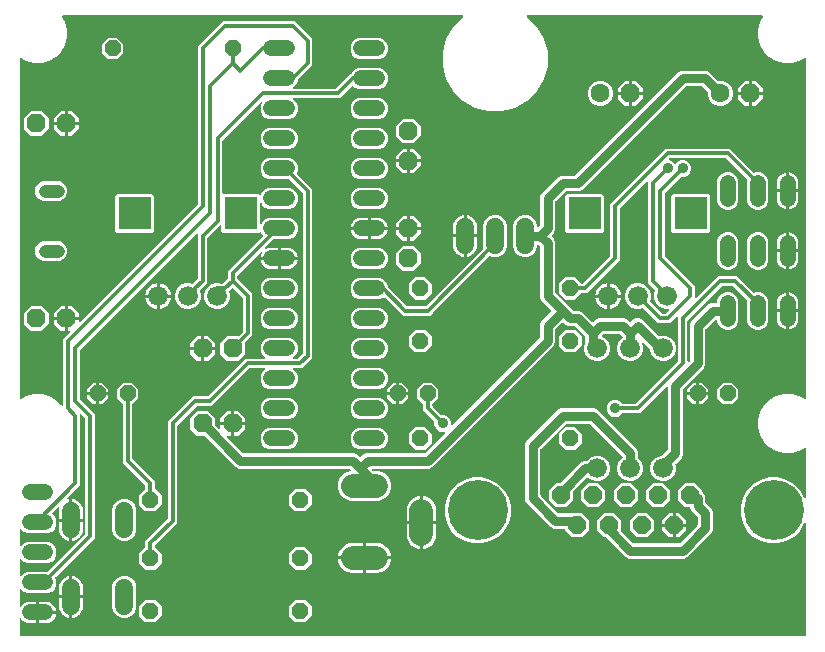
<source format=gbr>
G04 EAGLE Gerber RS-274X export*
G75*
%MOMM*%
%FSLAX34Y34*%
%LPD*%
%INBottom Copper*%
%IPPOS*%
%AMOC8*
5,1,8,0,0,1.08239X$1,22.5*%
G01*
%ADD10P,1.732040X8X22.500000*%
%ADD11C,1.676400*%
%ADD12C,1.524000*%
%ADD13C,1.320800*%
%ADD14C,2.000000*%
%ADD15P,1.429621X8X202.500000*%
%ADD16C,1.117600*%
%ADD17P,1.539592X8X22.500000*%
%ADD18P,1.539592X8X202.500000*%
%ADD19P,1.429621X8X22.500000*%
%ADD20P,1.649562X8X202.500000*%
%ADD21C,5.080000*%
%ADD22R,2.800000X2.800000*%
%ADD23P,1.732040X8X112.500000*%
%ADD24C,1.600200*%
%ADD25P,1.732040X8X292.500000*%
%ADD26C,0.787400*%
%ADD27C,0.304800*%
%ADD28C,0.914400*%

G36*
X675070Y10172D02*
X675070Y10172D01*
X675136Y10174D01*
X675179Y10192D01*
X675226Y10200D01*
X675283Y10234D01*
X675343Y10259D01*
X675378Y10290D01*
X675419Y10315D01*
X675461Y10366D01*
X675509Y10410D01*
X675531Y10452D01*
X675560Y10489D01*
X675581Y10551D01*
X675612Y10610D01*
X675620Y10664D01*
X675632Y10701D01*
X675631Y10741D01*
X675639Y10795D01*
X675639Y105664D01*
X675629Y105723D01*
X675628Y105782D01*
X675609Y105832D01*
X675600Y105885D01*
X675569Y105936D01*
X675548Y105992D01*
X675513Y106032D01*
X675485Y106078D01*
X675439Y106116D01*
X675400Y106160D01*
X675353Y106186D01*
X675311Y106219D01*
X675255Y106238D01*
X675202Y106267D01*
X675149Y106274D01*
X675099Y106291D01*
X675039Y106289D01*
X674980Y106298D01*
X674928Y106286D01*
X674874Y106285D01*
X674819Y106262D01*
X674761Y106249D01*
X674716Y106220D01*
X674667Y106200D01*
X674623Y106160D01*
X674572Y106128D01*
X674533Y106078D01*
X674501Y106049D01*
X674485Y106018D01*
X674456Y105981D01*
X670820Y99684D01*
X665618Y94482D01*
X659247Y90803D01*
X652141Y88899D01*
X644783Y88899D01*
X637677Y90803D01*
X631306Y94482D01*
X626104Y99684D01*
X622425Y106055D01*
X620521Y113161D01*
X620521Y120519D01*
X622425Y127625D01*
X626104Y133996D01*
X631306Y139198D01*
X637677Y142877D01*
X644783Y144781D01*
X652141Y144781D01*
X659247Y142877D01*
X665618Y139198D01*
X670820Y133996D01*
X674456Y127699D01*
X674494Y127653D01*
X674525Y127602D01*
X674566Y127568D01*
X674601Y127528D01*
X674652Y127498D01*
X674699Y127461D01*
X674749Y127444D01*
X674796Y127417D01*
X674855Y127408D01*
X674911Y127389D01*
X674965Y127390D01*
X675017Y127382D01*
X675076Y127394D01*
X675136Y127395D01*
X675185Y127415D01*
X675237Y127426D01*
X675288Y127457D01*
X675343Y127480D01*
X675383Y127516D01*
X675428Y127544D01*
X675465Y127591D01*
X675509Y127631D01*
X675534Y127679D01*
X675566Y127721D01*
X675584Y127778D01*
X675612Y127831D01*
X675621Y127893D01*
X675634Y127935D01*
X675632Y127969D01*
X675639Y128016D01*
X675639Y169147D01*
X675638Y169153D01*
X675639Y169159D01*
X675618Y169263D01*
X675600Y169368D01*
X675596Y169373D01*
X675595Y169379D01*
X675539Y169469D01*
X675485Y169561D01*
X675481Y169565D01*
X675477Y169570D01*
X675393Y169636D01*
X675311Y169702D01*
X675305Y169704D01*
X675300Y169708D01*
X675199Y169740D01*
X675099Y169774D01*
X675092Y169774D01*
X675086Y169776D01*
X674981Y169771D01*
X674874Y169767D01*
X674869Y169765D01*
X674862Y169765D01*
X674688Y169696D01*
X670112Y167054D01*
X663713Y165339D01*
X657087Y165339D01*
X650688Y167054D01*
X644951Y170366D01*
X640266Y175051D01*
X636954Y180788D01*
X635239Y187187D01*
X635239Y193813D01*
X636954Y200212D01*
X640266Y205949D01*
X644951Y210634D01*
X650688Y213946D01*
X657087Y215661D01*
X663713Y215661D01*
X670112Y213946D01*
X674688Y211304D01*
X674694Y211302D01*
X674699Y211298D01*
X674799Y211264D01*
X674899Y211228D01*
X674905Y211228D01*
X674911Y211226D01*
X675017Y211229D01*
X675123Y211230D01*
X675129Y211232D01*
X675136Y211233D01*
X675233Y211272D01*
X675333Y211310D01*
X675338Y211315D01*
X675343Y211317D01*
X675422Y211388D01*
X675501Y211458D01*
X675504Y211464D01*
X675509Y211468D01*
X675558Y211563D01*
X675608Y211656D01*
X675609Y211662D01*
X675612Y211668D01*
X675639Y211853D01*
X675639Y499347D01*
X675638Y499353D01*
X675639Y499359D01*
X675618Y499463D01*
X675600Y499568D01*
X675596Y499573D01*
X675595Y499579D01*
X675539Y499669D01*
X675485Y499761D01*
X675481Y499765D01*
X675477Y499770D01*
X675393Y499836D01*
X675311Y499902D01*
X675305Y499904D01*
X675300Y499908D01*
X675199Y499940D01*
X675099Y499974D01*
X675092Y499974D01*
X675086Y499976D01*
X674981Y499971D01*
X674874Y499967D01*
X674869Y499965D01*
X674862Y499965D01*
X674688Y499896D01*
X670112Y497254D01*
X663713Y495539D01*
X657087Y495539D01*
X650688Y497254D01*
X644951Y500566D01*
X640266Y505251D01*
X636954Y510988D01*
X635239Y517387D01*
X635239Y524013D01*
X636954Y530412D01*
X639596Y534988D01*
X639598Y534994D01*
X639602Y534999D01*
X639636Y535099D01*
X639672Y535199D01*
X639672Y535205D01*
X639674Y535211D01*
X639671Y535317D01*
X639670Y535423D01*
X639668Y535429D01*
X639667Y535436D01*
X639628Y535533D01*
X639590Y535633D01*
X639585Y535638D01*
X639583Y535643D01*
X639512Y535722D01*
X639442Y535801D01*
X639436Y535804D01*
X639432Y535809D01*
X639337Y535858D01*
X639244Y535908D01*
X639238Y535909D01*
X639232Y535912D01*
X639047Y535939D01*
X440228Y535939D01*
X440170Y535929D01*
X440110Y535928D01*
X440060Y535909D01*
X440007Y535900D01*
X439956Y535869D01*
X439900Y535848D01*
X439860Y535813D01*
X439814Y535785D01*
X439777Y535739D01*
X439732Y535700D01*
X439707Y535653D01*
X439673Y535611D01*
X439654Y535555D01*
X439626Y535502D01*
X439618Y535449D01*
X439601Y535399D01*
X439603Y535339D01*
X439595Y535280D01*
X439606Y535228D01*
X439608Y535174D01*
X439630Y535119D01*
X439643Y535061D01*
X439672Y535016D01*
X439692Y534967D01*
X439732Y534923D01*
X439765Y534872D01*
X439814Y534833D01*
X439843Y534801D01*
X439874Y534785D01*
X439911Y534756D01*
X440043Y534679D01*
X448319Y526403D01*
X454172Y516267D01*
X457201Y504962D01*
X457201Y493258D01*
X454172Y481953D01*
X448319Y471817D01*
X440043Y463541D01*
X429907Y457688D01*
X418602Y454659D01*
X406898Y454659D01*
X395593Y457688D01*
X385457Y463541D01*
X377181Y471817D01*
X371328Y481953D01*
X368299Y493258D01*
X368299Y504962D01*
X371328Y516267D01*
X377181Y526403D01*
X385457Y534679D01*
X385589Y534756D01*
X385634Y534794D01*
X385686Y534825D01*
X385719Y534866D01*
X385760Y534900D01*
X385789Y534952D01*
X385827Y534999D01*
X385844Y535049D01*
X385870Y535096D01*
X385880Y535155D01*
X385899Y535211D01*
X385897Y535265D01*
X385906Y535317D01*
X385894Y535376D01*
X385892Y535436D01*
X385872Y535485D01*
X385862Y535537D01*
X385830Y535588D01*
X385808Y535643D01*
X385772Y535683D01*
X385744Y535728D01*
X385697Y535765D01*
X385657Y535809D01*
X385609Y535834D01*
X385567Y535866D01*
X385510Y535884D01*
X385457Y535912D01*
X385395Y535921D01*
X385353Y535934D01*
X385318Y535932D01*
X385272Y535939D01*
X46753Y535939D01*
X46747Y535938D01*
X46741Y535939D01*
X46637Y535918D01*
X46532Y535900D01*
X46527Y535896D01*
X46521Y535895D01*
X46431Y535839D01*
X46339Y535785D01*
X46335Y535781D01*
X46330Y535777D01*
X46264Y535693D01*
X46198Y535611D01*
X46196Y535605D01*
X46192Y535600D01*
X46160Y535499D01*
X46126Y535399D01*
X46126Y535392D01*
X46124Y535386D01*
X46129Y535281D01*
X46133Y535174D01*
X46135Y535169D01*
X46135Y535162D01*
X46204Y534988D01*
X48846Y530412D01*
X50561Y524013D01*
X50561Y517387D01*
X48846Y510988D01*
X45534Y505251D01*
X40849Y500566D01*
X35112Y497254D01*
X28713Y495539D01*
X22087Y495539D01*
X15688Y497254D01*
X11112Y499896D01*
X11106Y499898D01*
X11101Y499902D01*
X11001Y499936D01*
X10901Y499972D01*
X10895Y499972D01*
X10889Y499974D01*
X10783Y499971D01*
X10677Y499970D01*
X10671Y499968D01*
X10664Y499967D01*
X10567Y499928D01*
X10467Y499890D01*
X10462Y499885D01*
X10457Y499883D01*
X10378Y499812D01*
X10299Y499742D01*
X10296Y499736D01*
X10291Y499732D01*
X10242Y499637D01*
X10192Y499544D01*
X10191Y499538D01*
X10188Y499532D01*
X10161Y499347D01*
X10161Y211853D01*
X10162Y211847D01*
X10161Y211841D01*
X10182Y211737D01*
X10200Y211632D01*
X10204Y211627D01*
X10205Y211621D01*
X10261Y211531D01*
X10315Y211439D01*
X10319Y211435D01*
X10323Y211430D01*
X10407Y211364D01*
X10489Y211298D01*
X10495Y211296D01*
X10500Y211292D01*
X10601Y211260D01*
X10701Y211226D01*
X10708Y211226D01*
X10714Y211224D01*
X10819Y211229D01*
X10926Y211233D01*
X10931Y211235D01*
X10938Y211235D01*
X11112Y211304D01*
X15688Y213946D01*
X22087Y215661D01*
X28713Y215661D01*
X35112Y213946D01*
X40849Y210634D01*
X45534Y205949D01*
X45552Y205918D01*
X45590Y205872D01*
X45621Y205821D01*
X45662Y205787D01*
X45696Y205746D01*
X45748Y205717D01*
X45795Y205679D01*
X45845Y205662D01*
X45892Y205636D01*
X45951Y205627D01*
X46007Y205607D01*
X46061Y205609D01*
X46113Y205601D01*
X46172Y205612D01*
X46232Y205614D01*
X46281Y205634D01*
X46333Y205645D01*
X46384Y205676D01*
X46439Y205698D01*
X46479Y205734D01*
X46524Y205762D01*
X46561Y205809D01*
X46605Y205850D01*
X46629Y205897D01*
X46662Y205939D01*
X46680Y205996D01*
X46708Y206049D01*
X46717Y206112D01*
X46730Y206153D01*
X46728Y206188D01*
X46735Y206235D01*
X46735Y262034D01*
X52477Y267776D01*
X52528Y267849D01*
X52584Y267918D01*
X52592Y267940D01*
X52605Y267960D01*
X52627Y268046D01*
X52656Y268130D01*
X52655Y268154D01*
X52661Y268177D01*
X52652Y268266D01*
X52649Y268355D01*
X52640Y268377D01*
X52638Y268400D01*
X52598Y268480D01*
X52565Y268562D01*
X52549Y268580D01*
X52539Y268601D01*
X52474Y268662D01*
X52414Y268728D01*
X52392Y268739D01*
X52375Y268755D01*
X52293Y268790D01*
X52214Y268831D01*
X52188Y268834D01*
X52169Y268843D01*
X52118Y268845D01*
X52029Y268858D01*
X50799Y268858D01*
X50799Y278131D01*
X60072Y278131D01*
X60072Y276901D01*
X60088Y276814D01*
X60097Y276725D01*
X60107Y276704D01*
X60111Y276680D01*
X60157Y276604D01*
X60196Y276524D01*
X60213Y276508D01*
X60226Y276487D01*
X60295Y276431D01*
X60359Y276370D01*
X60381Y276361D01*
X60400Y276346D01*
X60484Y276317D01*
X60566Y276283D01*
X60590Y276282D01*
X60612Y276274D01*
X60701Y276277D01*
X60790Y276273D01*
X60813Y276280D01*
X60837Y276281D01*
X60919Y276314D01*
X61004Y276341D01*
X61025Y276357D01*
X61044Y276365D01*
X61082Y276399D01*
X61154Y276453D01*
X160849Y376148D01*
X160874Y376183D01*
X160905Y376211D01*
X160937Y376274D01*
X160978Y376332D01*
X160988Y376373D01*
X161008Y376411D01*
X161021Y376501D01*
X161034Y376549D01*
X161031Y376570D01*
X161035Y376596D01*
X161035Y509684D01*
X182466Y531115D01*
X242984Y531115D01*
X258065Y516034D01*
X258065Y493616D01*
X245805Y481356D01*
X245780Y481321D01*
X245749Y481293D01*
X245717Y481230D01*
X245676Y481172D01*
X245666Y481131D01*
X245646Y481093D01*
X245633Y481003D01*
X245620Y480955D01*
X245623Y480934D01*
X245619Y480908D01*
X245619Y480781D01*
X244227Y477420D01*
X241854Y475047D01*
X241803Y474974D01*
X241747Y474905D01*
X241740Y474883D01*
X241726Y474863D01*
X241704Y474777D01*
X241675Y474693D01*
X241676Y474669D01*
X241670Y474646D01*
X241679Y474557D01*
X241682Y474468D01*
X241691Y474446D01*
X241693Y474423D01*
X241733Y474343D01*
X241766Y474261D01*
X241782Y474243D01*
X241793Y474222D01*
X241858Y474161D01*
X241918Y474095D01*
X241939Y474084D01*
X241956Y474068D01*
X242038Y474033D01*
X242117Y473992D01*
X242143Y473989D01*
X242163Y473980D01*
X242213Y473978D01*
X242303Y473965D01*
X277454Y473965D01*
X277495Y473972D01*
X277538Y473970D01*
X277605Y473992D01*
X277674Y474004D01*
X277711Y474026D01*
X277751Y474039D01*
X277824Y474093D01*
X277868Y474119D01*
X277881Y474135D01*
X277902Y474151D01*
X290416Y486665D01*
X290828Y486665D01*
X290881Y486674D01*
X290935Y486674D01*
X290991Y486694D01*
X291049Y486704D01*
X291095Y486732D01*
X291146Y486750D01*
X291191Y486789D01*
X291242Y486819D01*
X291276Y486861D01*
X291317Y486896D01*
X291354Y486957D01*
X291383Y486993D01*
X291393Y487022D01*
X291414Y487056D01*
X291713Y487780D01*
X294286Y490353D01*
X297647Y491745D01*
X314493Y491745D01*
X317854Y490353D01*
X320427Y487780D01*
X321819Y484419D01*
X321819Y480781D01*
X320427Y477420D01*
X317854Y474847D01*
X314493Y473455D01*
X297647Y473455D01*
X294286Y474847D01*
X292639Y476494D01*
X292585Y476532D01*
X292537Y476577D01*
X292494Y476595D01*
X292455Y476622D01*
X292391Y476638D01*
X292331Y476664D01*
X292284Y476666D01*
X292238Y476678D01*
X292172Y476671D01*
X292107Y476674D01*
X292062Y476660D01*
X292015Y476655D01*
X291956Y476626D01*
X291893Y476606D01*
X291849Y476573D01*
X291814Y476555D01*
X291787Y476527D01*
X291742Y476494D01*
X281084Y465835D01*
X242303Y465835D01*
X242215Y465819D01*
X242126Y465810D01*
X242105Y465800D01*
X242082Y465796D01*
X242005Y465750D01*
X241925Y465711D01*
X241909Y465694D01*
X241889Y465681D01*
X241832Y465612D01*
X241771Y465548D01*
X241762Y465526D01*
X241747Y465507D01*
X241719Y465423D01*
X241684Y465341D01*
X241683Y465317D01*
X241675Y465295D01*
X241678Y465206D01*
X241674Y465117D01*
X241681Y465094D01*
X241682Y465070D01*
X241715Y464988D01*
X241743Y464903D01*
X241758Y464882D01*
X241766Y464863D01*
X241800Y464825D01*
X241854Y464753D01*
X244227Y462380D01*
X245619Y459019D01*
X245619Y455381D01*
X244227Y452020D01*
X241654Y449447D01*
X238293Y448055D01*
X221447Y448055D01*
X218086Y449447D01*
X215513Y452020D01*
X214121Y455381D01*
X214121Y459019D01*
X215273Y461799D01*
X215294Y461897D01*
X215319Y461994D01*
X215318Y462006D01*
X215320Y462018D01*
X215306Y462118D01*
X215296Y462217D01*
X215291Y462228D01*
X215289Y462240D01*
X215241Y462329D01*
X215196Y462419D01*
X215188Y462427D01*
X215182Y462437D01*
X215106Y462504D01*
X215033Y462572D01*
X215022Y462577D01*
X215013Y462585D01*
X214919Y462621D01*
X214827Y462660D01*
X214815Y462660D01*
X214804Y462665D01*
X214703Y462665D01*
X214602Y462670D01*
X214591Y462666D01*
X214579Y462666D01*
X214485Y462632D01*
X214389Y462601D01*
X214378Y462593D01*
X214368Y462590D01*
X214333Y462560D01*
X214238Y462490D01*
X182051Y430302D01*
X182026Y430267D01*
X181995Y430239D01*
X181963Y430176D01*
X181922Y430118D01*
X181912Y430077D01*
X181892Y430039D01*
X181879Y429949D01*
X181866Y429901D01*
X181869Y429880D01*
X181865Y429854D01*
X181865Y385475D01*
X181876Y385410D01*
X181878Y385344D01*
X181896Y385301D01*
X181904Y385254D01*
X181938Y385197D01*
X181963Y385137D01*
X181994Y385102D01*
X182019Y385061D01*
X182070Y385019D01*
X182114Y384971D01*
X182156Y384949D01*
X182193Y384920D01*
X182255Y384899D01*
X182314Y384868D01*
X182368Y384860D01*
X182405Y384848D01*
X182445Y384849D01*
X182499Y384841D01*
X212452Y384841D01*
X213553Y383740D01*
X213617Y383696D01*
X213675Y383645D01*
X213709Y383632D01*
X213738Y383612D01*
X213813Y383592D01*
X213885Y383565D01*
X213921Y383565D01*
X213955Y383556D01*
X214032Y383564D01*
X214109Y383563D01*
X214143Y383575D01*
X214178Y383579D01*
X214247Y383613D01*
X214320Y383640D01*
X214347Y383663D01*
X214379Y383678D01*
X214432Y383735D01*
X214491Y383785D01*
X214512Y383819D01*
X214533Y383842D01*
X214551Y383884D01*
X214588Y383945D01*
X215513Y386180D01*
X218086Y388753D01*
X221447Y390145D01*
X238293Y390145D01*
X241654Y388753D01*
X244227Y386180D01*
X245619Y382819D01*
X245619Y379181D01*
X244227Y375820D01*
X241654Y373247D01*
X238293Y371855D01*
X221447Y371855D01*
X218086Y373247D01*
X215513Y375820D01*
X215161Y376671D01*
X215107Y376755D01*
X215055Y376842D01*
X215046Y376850D01*
X215040Y376860D01*
X214959Y376920D01*
X214881Y376984D01*
X214870Y376988D01*
X214860Y376995D01*
X214764Y377023D01*
X214669Y377056D01*
X214657Y377055D01*
X214645Y377059D01*
X214545Y377052D01*
X214444Y377049D01*
X214433Y377044D01*
X214422Y377044D01*
X214330Y377002D01*
X214237Y376965D01*
X214228Y376957D01*
X214217Y376952D01*
X214145Y376881D01*
X214071Y376813D01*
X214065Y376803D01*
X214057Y376794D01*
X214015Y376703D01*
X213968Y376614D01*
X213966Y376601D01*
X213962Y376591D01*
X213958Y376546D01*
X213941Y376428D01*
X213941Y360172D01*
X213959Y360073D01*
X213973Y359973D01*
X213978Y359963D01*
X213980Y359951D01*
X214032Y359864D01*
X214080Y359776D01*
X214088Y359768D01*
X214095Y359758D01*
X214173Y359694D01*
X214248Y359628D01*
X214260Y359624D01*
X214269Y359616D01*
X214364Y359584D01*
X214458Y359548D01*
X214470Y359548D01*
X214481Y359544D01*
X214581Y359547D01*
X214682Y359547D01*
X214694Y359551D01*
X214706Y359551D01*
X214798Y359589D01*
X214893Y359623D01*
X214902Y359631D01*
X214913Y359635D01*
X214988Y359703D01*
X215064Y359768D01*
X215071Y359779D01*
X215079Y359787D01*
X215100Y359828D01*
X215161Y359929D01*
X215513Y360780D01*
X218086Y363353D01*
X221447Y364745D01*
X238293Y364745D01*
X241654Y363353D01*
X244227Y360780D01*
X245619Y357419D01*
X245619Y353781D01*
X244227Y350420D01*
X241654Y347847D01*
X238293Y346455D01*
X225466Y346455D01*
X225425Y346448D01*
X225382Y346450D01*
X225315Y346428D01*
X225246Y346416D01*
X225209Y346394D01*
X225169Y346381D01*
X225096Y346327D01*
X225052Y346301D01*
X225039Y346285D01*
X225018Y346269D01*
X217816Y339068D01*
X217787Y339026D01*
X217751Y338991D01*
X217724Y338935D01*
X217688Y338883D01*
X217675Y338834D01*
X217653Y338789D01*
X217648Y338727D01*
X217632Y338666D01*
X217637Y338616D01*
X217633Y338565D01*
X217649Y338505D01*
X217655Y338443D01*
X217678Y338398D01*
X217691Y338349D01*
X217727Y338298D01*
X217755Y338242D01*
X217792Y338207D01*
X217821Y338166D01*
X217873Y338131D01*
X217918Y338088D01*
X217965Y338068D01*
X218007Y338040D01*
X218067Y338025D01*
X218125Y338001D01*
X218175Y337998D01*
X218225Y337986D01*
X218287Y337993D01*
X218349Y337991D01*
X218397Y338006D01*
X218447Y338012D01*
X218517Y338044D01*
X218562Y338059D01*
X218588Y338078D01*
X218617Y338092D01*
X218934Y338304D01*
X220599Y338993D01*
X222365Y339345D01*
X228601Y339345D01*
X228601Y331469D01*
X214195Y331469D01*
X214473Y332867D01*
X215162Y334532D01*
X215374Y334849D01*
X215394Y334896D01*
X215423Y334937D01*
X215439Y334998D01*
X215464Y335055D01*
X215467Y335105D01*
X215479Y335154D01*
X215473Y335216D01*
X215476Y335279D01*
X215461Y335327D01*
X215456Y335378D01*
X215428Y335433D01*
X215410Y335493D01*
X215379Y335533D01*
X215357Y335579D01*
X215311Y335621D01*
X215273Y335671D01*
X215230Y335698D01*
X215193Y335733D01*
X215136Y335757D01*
X215083Y335790D01*
X215034Y335800D01*
X214987Y335820D01*
X214924Y335823D01*
X214863Y335835D01*
X214813Y335828D01*
X214763Y335830D01*
X214703Y335811D01*
X214642Y335802D01*
X214597Y335777D01*
X214549Y335761D01*
X214488Y335716D01*
X214446Y335693D01*
X214424Y335669D01*
X214398Y335650D01*
X194751Y316002D01*
X194726Y315967D01*
X194695Y315939D01*
X194663Y315876D01*
X194622Y315818D01*
X194612Y315777D01*
X194592Y315739D01*
X194579Y315649D01*
X194566Y315601D01*
X194569Y315580D01*
X194565Y315554D01*
X194565Y313096D01*
X194572Y313055D01*
X194570Y313012D01*
X194592Y312945D01*
X194604Y312876D01*
X194626Y312839D01*
X194639Y312799D01*
X194693Y312726D01*
X194719Y312682D01*
X194735Y312669D01*
X194751Y312648D01*
X207265Y300134D01*
X207265Y265016D01*
X201228Y258979D01*
X201203Y258944D01*
X201172Y258916D01*
X201140Y258853D01*
X201099Y258795D01*
X201089Y258754D01*
X201069Y258716D01*
X201056Y258626D01*
X201043Y258578D01*
X201046Y258557D01*
X201042Y258531D01*
X201042Y249633D01*
X194867Y243458D01*
X186133Y243458D01*
X179958Y249633D01*
X179958Y258367D01*
X186133Y264542D01*
X195031Y264542D01*
X195072Y264549D01*
X195115Y264547D01*
X195182Y264569D01*
X195251Y264581D01*
X195288Y264603D01*
X195328Y264616D01*
X195401Y264670D01*
X195445Y264696D01*
X195458Y264712D01*
X195479Y264728D01*
X198949Y268198D01*
X198974Y268233D01*
X199005Y268261D01*
X199037Y268324D01*
X199078Y268382D01*
X199088Y268423D01*
X199108Y268461D01*
X199121Y268551D01*
X199134Y268599D01*
X199131Y268620D01*
X199135Y268646D01*
X199135Y296504D01*
X199128Y296545D01*
X199130Y296588D01*
X199108Y296655D01*
X199096Y296724D01*
X199074Y296761D01*
X199061Y296801D01*
X199007Y296874D01*
X198981Y296918D01*
X198965Y296931D01*
X198949Y296952D01*
X190948Y304953D01*
X190894Y304991D01*
X190847Y305036D01*
X190803Y305054D01*
X190764Y305081D01*
X190701Y305098D01*
X190640Y305123D01*
X190593Y305125D01*
X190547Y305137D01*
X190482Y305130D01*
X190416Y305133D01*
X190371Y305119D01*
X190324Y305114D01*
X190265Y305085D01*
X190202Y305065D01*
X190158Y305032D01*
X190123Y305014D01*
X190096Y304986D01*
X190051Y304953D01*
X188400Y303302D01*
X187816Y302718D01*
X187786Y302674D01*
X187747Y302636D01*
X187722Y302582D01*
X187688Y302534D01*
X187675Y302481D01*
X187652Y302432D01*
X187647Y302374D01*
X187632Y302317D01*
X187638Y302263D01*
X187634Y302209D01*
X187651Y302140D01*
X187656Y302093D01*
X187669Y302066D01*
X187679Y302027D01*
X188323Y300473D01*
X188323Y296127D01*
X186660Y292113D01*
X183587Y289040D01*
X179573Y287377D01*
X175227Y287377D01*
X171213Y289040D01*
X168140Y292113D01*
X166477Y296127D01*
X166477Y300473D01*
X168140Y304487D01*
X171213Y307560D01*
X175227Y309223D01*
X179573Y309223D01*
X180320Y308913D01*
X180350Y308906D01*
X180378Y308892D01*
X180495Y308875D01*
X180540Y308865D01*
X180550Y308867D01*
X180563Y308865D01*
X182204Y308865D01*
X182245Y308872D01*
X182288Y308870D01*
X182355Y308892D01*
X182424Y308904D01*
X182461Y308926D01*
X182501Y308939D01*
X182574Y308993D01*
X182618Y309019D01*
X182631Y309035D01*
X182652Y309051D01*
X186249Y312648D01*
X186274Y312683D01*
X186305Y312711D01*
X186337Y312774D01*
X186378Y312832D01*
X186388Y312873D01*
X186408Y312911D01*
X186421Y313001D01*
X186434Y313049D01*
X186431Y313070D01*
X186435Y313096D01*
X186435Y319184D01*
X189002Y321751D01*
X216144Y348892D01*
X216182Y348946D01*
X216227Y348994D01*
X216245Y349038D01*
X216272Y349077D01*
X216289Y349140D01*
X216314Y349201D01*
X216316Y349248D01*
X216328Y349294D01*
X216321Y349359D01*
X216324Y349425D01*
X216310Y349470D01*
X216305Y349517D01*
X216276Y349576D01*
X216256Y349639D01*
X216223Y349683D01*
X216205Y349718D01*
X216177Y349745D01*
X216144Y349789D01*
X215513Y350420D01*
X214588Y352655D01*
X214546Y352720D01*
X214512Y352789D01*
X214486Y352813D01*
X214467Y352843D01*
X214405Y352890D01*
X214348Y352943D01*
X214316Y352957D01*
X214287Y352978D01*
X214213Y353000D01*
X214142Y353030D01*
X214106Y353032D01*
X214072Y353042D01*
X213995Y353037D01*
X213918Y353040D01*
X213884Y353030D01*
X213848Y353027D01*
X213778Y352995D01*
X213704Y352972D01*
X213672Y352948D01*
X213644Y352935D01*
X213611Y352903D01*
X213553Y352860D01*
X212452Y351759D01*
X182348Y351759D01*
X180859Y353248D01*
X180859Y357730D01*
X180843Y357817D01*
X180834Y357906D01*
X180824Y357927D01*
X180820Y357951D01*
X180774Y358027D01*
X180735Y358107D01*
X180718Y358123D01*
X180705Y358144D01*
X180636Y358200D01*
X180572Y358261D01*
X180550Y358270D01*
X180531Y358285D01*
X180447Y358314D01*
X180365Y358348D01*
X180341Y358349D01*
X180319Y358357D01*
X180230Y358354D01*
X180141Y358358D01*
X180118Y358351D01*
X180094Y358350D01*
X180012Y358317D01*
X179927Y358290D01*
X179906Y358274D01*
X179887Y358266D01*
X179849Y358232D01*
X179777Y358178D01*
X169351Y347752D01*
X169326Y347717D01*
X169295Y347689D01*
X169263Y347626D01*
X169222Y347568D01*
X169212Y347527D01*
X169192Y347489D01*
X169179Y347399D01*
X169166Y347351D01*
X169169Y347330D01*
X169165Y347304D01*
X169165Y309466D01*
X163001Y303302D01*
X162976Y303267D01*
X162945Y303239D01*
X162913Y303176D01*
X162872Y303118D01*
X162862Y303077D01*
X162842Y303039D01*
X162829Y302949D01*
X162816Y302901D01*
X162819Y302880D01*
X162815Y302854D01*
X162815Y301825D01*
X162820Y301795D01*
X162818Y301764D01*
X162846Y301650D01*
X162854Y301604D01*
X162860Y301595D01*
X162863Y301583D01*
X163323Y300473D01*
X163323Y296127D01*
X161660Y292113D01*
X158587Y289040D01*
X154573Y287377D01*
X150227Y287377D01*
X146213Y289040D01*
X143140Y292113D01*
X141477Y296127D01*
X141477Y300473D01*
X143140Y304487D01*
X146213Y307560D01*
X150227Y309223D01*
X154573Y309223D01*
X156198Y308550D01*
X156250Y308538D01*
X156300Y308517D01*
X156359Y308514D01*
X156417Y308502D01*
X156470Y308509D01*
X156525Y308507D01*
X156581Y308525D01*
X156639Y308533D01*
X156687Y308559D01*
X156738Y308576D01*
X156795Y308618D01*
X156836Y308640D01*
X156856Y308663D01*
X156889Y308687D01*
X157252Y309051D01*
X160849Y312648D01*
X160874Y312683D01*
X160905Y312711D01*
X160937Y312774D01*
X160978Y312832D01*
X160988Y312873D01*
X161008Y312911D01*
X161021Y313001D01*
X161034Y313049D01*
X161031Y313070D01*
X161035Y313096D01*
X161035Y350606D01*
X161019Y350693D01*
X161010Y350782D01*
X161000Y350803D01*
X160996Y350827D01*
X160950Y350903D01*
X160911Y350983D01*
X160894Y350999D01*
X160881Y351020D01*
X160812Y351076D01*
X160748Y351137D01*
X160726Y351146D01*
X160707Y351161D01*
X160623Y351190D01*
X160541Y351224D01*
X160517Y351225D01*
X160495Y351233D01*
X160406Y351230D01*
X160317Y351234D01*
X160294Y351227D01*
X160270Y351226D01*
X160188Y351193D01*
X160103Y351166D01*
X160082Y351150D01*
X160063Y351142D01*
X160025Y351108D01*
X159953Y351054D01*
X61401Y252502D01*
X61376Y252467D01*
X61345Y252439D01*
X61313Y252376D01*
X61272Y252318D01*
X61262Y252277D01*
X61242Y252239D01*
X61229Y252149D01*
X61216Y252101D01*
X61219Y252080D01*
X61215Y252054D01*
X61215Y211496D01*
X61222Y211455D01*
X61220Y211412D01*
X61242Y211345D01*
X61254Y211276D01*
X61276Y211239D01*
X61289Y211199D01*
X61343Y211126D01*
X61369Y211082D01*
X61385Y211069D01*
X61401Y211048D01*
X73915Y198534D01*
X73915Y93566D01*
X71348Y90999D01*
X40540Y60192D01*
X40509Y60147D01*
X40471Y60109D01*
X40446Y60056D01*
X40412Y60007D01*
X40398Y59955D01*
X40376Y59906D01*
X40371Y59847D01*
X40356Y59790D01*
X40362Y59736D01*
X40357Y59682D01*
X40374Y59613D01*
X40379Y59567D01*
X40393Y59540D01*
X40403Y59500D01*
X41149Y57699D01*
X41149Y54061D01*
X39757Y50700D01*
X37184Y48127D01*
X33823Y46735D01*
X16977Y46735D01*
X13616Y48127D01*
X11243Y50500D01*
X11170Y50551D01*
X11101Y50607D01*
X11079Y50614D01*
X11059Y50628D01*
X10973Y50650D01*
X10889Y50679D01*
X10865Y50678D01*
X10842Y50684D01*
X10753Y50675D01*
X10664Y50672D01*
X10642Y50663D01*
X10619Y50661D01*
X10539Y50621D01*
X10457Y50588D01*
X10439Y50572D01*
X10418Y50561D01*
X10357Y50496D01*
X10291Y50436D01*
X10280Y50415D01*
X10264Y50398D01*
X10229Y50316D01*
X10188Y50237D01*
X10185Y50211D01*
X10176Y50191D01*
X10174Y50141D01*
X10161Y50051D01*
X10161Y36107D01*
X10168Y36069D01*
X10165Y36030D01*
X10187Y35959D01*
X10200Y35886D01*
X10220Y35853D01*
X10232Y35816D01*
X10277Y35757D01*
X10315Y35693D01*
X10345Y35669D01*
X10369Y35638D01*
X10431Y35599D01*
X10489Y35552D01*
X10526Y35539D01*
X10559Y35519D01*
X10631Y35504D01*
X10701Y35480D01*
X10740Y35481D01*
X10778Y35473D01*
X10852Y35484D01*
X10926Y35487D01*
X10962Y35501D01*
X11000Y35507D01*
X11065Y35543D01*
X11133Y35571D01*
X11162Y35597D01*
X11196Y35616D01*
X11262Y35688D01*
X11299Y35722D01*
X11307Y35738D01*
X11322Y35755D01*
X11693Y36310D01*
X12967Y37583D01*
X14464Y38584D01*
X16129Y39273D01*
X17895Y39625D01*
X24131Y39625D01*
X24131Y31115D01*
X24142Y31050D01*
X24144Y30985D01*
X24162Y30941D01*
X24170Y30894D01*
X24204Y30838D01*
X24229Y30777D01*
X24260Y30742D01*
X24285Y30701D01*
X24336Y30660D01*
X24380Y30611D01*
X24422Y30589D01*
X24459Y30560D01*
X24521Y30539D01*
X24580Y30509D01*
X24634Y30500D01*
X24671Y30488D01*
X24711Y30489D01*
X24765Y30481D01*
X25401Y30481D01*
X25401Y30479D01*
X24765Y30479D01*
X24700Y30467D01*
X24634Y30466D01*
X24591Y30448D01*
X24544Y30439D01*
X24487Y30406D01*
X24427Y30381D01*
X24392Y30349D01*
X24351Y30325D01*
X24310Y30274D01*
X24261Y30230D01*
X24239Y30188D01*
X24210Y30151D01*
X24189Y30089D01*
X24158Y30030D01*
X24150Y29976D01*
X24138Y29939D01*
X24138Y29918D01*
X24138Y29916D01*
X24138Y29896D01*
X24131Y29845D01*
X24131Y21335D01*
X17895Y21335D01*
X16129Y21687D01*
X14464Y22376D01*
X12967Y23377D01*
X11693Y24650D01*
X11322Y25205D01*
X11295Y25233D01*
X11275Y25267D01*
X11218Y25313D01*
X11167Y25367D01*
X11131Y25384D01*
X11101Y25408D01*
X11031Y25432D01*
X10964Y25464D01*
X10926Y25468D01*
X10889Y25480D01*
X10815Y25478D01*
X10741Y25485D01*
X10703Y25475D01*
X10664Y25473D01*
X10596Y25446D01*
X10524Y25426D01*
X10493Y25404D01*
X10457Y25389D01*
X10402Y25339D01*
X10342Y25296D01*
X10320Y25264D01*
X10291Y25238D01*
X10257Y25172D01*
X10216Y25111D01*
X10206Y25073D01*
X10188Y25038D01*
X10174Y24942D01*
X10162Y24893D01*
X10164Y24875D01*
X10161Y24853D01*
X10161Y10795D01*
X10172Y10730D01*
X10174Y10664D01*
X10192Y10621D01*
X10200Y10574D01*
X10234Y10517D01*
X10259Y10457D01*
X10290Y10422D01*
X10315Y10381D01*
X10366Y10339D01*
X10410Y10291D01*
X10452Y10269D01*
X10489Y10240D01*
X10551Y10219D01*
X10610Y10188D01*
X10664Y10180D01*
X10701Y10168D01*
X10741Y10169D01*
X10795Y10161D01*
X675005Y10161D01*
X675070Y10172D01*
G37*
%LPC*%
G36*
X289765Y125139D02*
X289765Y125139D01*
X285156Y127049D01*
X281629Y130576D01*
X279719Y135185D01*
X279719Y140175D01*
X281629Y144784D01*
X285156Y148311D01*
X289765Y150221D01*
X289937Y150221D01*
X290025Y150236D01*
X290113Y150246D01*
X290135Y150256D01*
X290158Y150260D01*
X290235Y150306D01*
X290314Y150345D01*
X290331Y150362D01*
X290351Y150375D01*
X290407Y150444D01*
X290468Y150508D01*
X290478Y150530D01*
X290493Y150549D01*
X290521Y150633D01*
X290556Y150715D01*
X290557Y150739D01*
X290564Y150761D01*
X290562Y150850D01*
X290566Y150939D01*
X290559Y150962D01*
X290558Y150986D01*
X290524Y151068D01*
X290497Y151153D01*
X290481Y151174D01*
X290474Y151193D01*
X290440Y151231D01*
X290386Y151303D01*
X289603Y152087D01*
X289568Y152111D01*
X289539Y152142D01*
X289476Y152174D01*
X289418Y152215D01*
X289377Y152225D01*
X289339Y152245D01*
X289250Y152258D01*
X289201Y152271D01*
X289180Y152268D01*
X289154Y152272D01*
X195561Y152272D01*
X193181Y153258D01*
X191269Y155170D01*
X166667Y179772D01*
X166632Y179797D01*
X166603Y179828D01*
X166540Y179860D01*
X166482Y179901D01*
X166441Y179911D01*
X166404Y179931D01*
X166314Y179944D01*
X166265Y179957D01*
X166244Y179954D01*
X166218Y179958D01*
X160733Y179958D01*
X154558Y186133D01*
X154558Y194867D01*
X160733Y201042D01*
X169467Y201042D01*
X175642Y194867D01*
X175642Y189382D01*
X175649Y189340D01*
X175647Y189298D01*
X175669Y189231D01*
X175681Y189161D01*
X175703Y189124D01*
X175716Y189084D01*
X175770Y189011D01*
X175796Y188968D01*
X175812Y188955D01*
X175828Y188933D01*
X178876Y185885D01*
X178949Y185835D01*
X179018Y185778D01*
X179040Y185771D01*
X179060Y185757D01*
X179146Y185735D01*
X179230Y185707D01*
X179254Y185707D01*
X179277Y185701D01*
X179366Y185711D01*
X179455Y185713D01*
X179477Y185722D01*
X179500Y185725D01*
X179580Y185764D01*
X179662Y185797D01*
X179680Y185813D01*
X179701Y185824D01*
X179762Y185889D01*
X179828Y185949D01*
X179839Y185970D01*
X179855Y185987D01*
X179890Y186069D01*
X179931Y186148D01*
X179934Y186175D01*
X179943Y186194D01*
X179945Y186244D01*
X179958Y186334D01*
X179958Y189231D01*
X189231Y189231D01*
X189231Y179958D01*
X186334Y179958D01*
X186246Y179942D01*
X186158Y179933D01*
X186136Y179923D01*
X186113Y179919D01*
X186036Y179873D01*
X185957Y179834D01*
X185940Y179817D01*
X185920Y179804D01*
X185864Y179735D01*
X185803Y179671D01*
X185793Y179649D01*
X185778Y179630D01*
X185750Y179546D01*
X185715Y179464D01*
X185714Y179440D01*
X185707Y179418D01*
X185709Y179329D01*
X185705Y179240D01*
X185712Y179217D01*
X185713Y179193D01*
X185747Y179111D01*
X185774Y179026D01*
X185790Y179005D01*
X185797Y178986D01*
X185831Y178948D01*
X185885Y178876D01*
X199347Y165414D01*
X199382Y165389D01*
X199411Y165358D01*
X199474Y165326D01*
X199532Y165285D01*
X199573Y165275D01*
X199611Y165255D01*
X199700Y165242D01*
X199749Y165229D01*
X199770Y165232D01*
X199796Y165228D01*
X293389Y165228D01*
X295769Y164242D01*
X298002Y162009D01*
X298056Y161972D01*
X298103Y161927D01*
X298147Y161908D01*
X298186Y161881D01*
X298249Y161865D01*
X298310Y161839D01*
X298357Y161837D01*
X298403Y161825D01*
X298468Y161832D01*
X298534Y161829D01*
X298579Y161844D01*
X298626Y161849D01*
X298685Y161878D01*
X298748Y161898D01*
X298792Y161931D01*
X298827Y161948D01*
X298854Y161977D01*
X298899Y162009D01*
X299219Y162330D01*
X301131Y164242D01*
X303511Y165228D01*
X352654Y165228D01*
X352696Y165235D01*
X352738Y165233D01*
X352805Y165255D01*
X352875Y165267D01*
X352911Y165289D01*
X352952Y165302D01*
X353025Y165356D01*
X353068Y165382D01*
X353081Y165398D01*
X353103Y165414D01*
X369994Y182305D01*
X370044Y182378D01*
X370101Y182447D01*
X370108Y182469D01*
X370122Y182489D01*
X370144Y182575D01*
X370172Y182659D01*
X370172Y182683D01*
X370178Y182706D01*
X370168Y182795D01*
X370166Y182884D01*
X370157Y182906D01*
X370154Y182929D01*
X370115Y183009D01*
X370082Y183091D01*
X370066Y183109D01*
X370055Y183130D01*
X369990Y183191D01*
X369930Y183257D01*
X369909Y183268D01*
X369892Y183284D01*
X369810Y183319D01*
X369731Y183360D01*
X369704Y183363D01*
X369685Y183372D01*
X369635Y183374D01*
X369545Y183387D01*
X366885Y183387D01*
X364271Y184470D01*
X362270Y186471D01*
X361187Y189085D01*
X361187Y191602D01*
X361180Y191643D01*
X361182Y191686D01*
X361160Y191753D01*
X361148Y191822D01*
X361126Y191859D01*
X361113Y191899D01*
X361059Y191972D01*
X361033Y192016D01*
X361017Y192029D01*
X361001Y192050D01*
X351535Y201516D01*
X351535Y206769D01*
X351528Y206811D01*
X351530Y206854D01*
X351513Y206906D01*
X351513Y206909D01*
X351508Y206920D01*
X351508Y206921D01*
X351496Y206990D01*
X351474Y207027D01*
X351461Y207067D01*
X351434Y207104D01*
X351429Y207117D01*
X351407Y207140D01*
X351381Y207183D01*
X351365Y207197D01*
X351349Y207218D01*
X346455Y212112D01*
X346455Y219688D01*
X351812Y225045D01*
X359388Y225045D01*
X364745Y219688D01*
X364745Y212112D01*
X359851Y207218D01*
X359826Y207183D01*
X359795Y207154D01*
X359770Y207107D01*
X359752Y207084D01*
X359747Y207070D01*
X359722Y207034D01*
X359712Y206993D01*
X359692Y206955D01*
X359679Y206865D01*
X359666Y206816D01*
X359669Y206796D01*
X359665Y206769D01*
X359665Y205146D01*
X359672Y205105D01*
X359670Y205062D01*
X359692Y204995D01*
X359704Y204926D01*
X359726Y204889D01*
X359739Y204849D01*
X359793Y204776D01*
X359819Y204732D01*
X359835Y204719D01*
X359851Y204698D01*
X366750Y197799D01*
X366785Y197774D01*
X366813Y197743D01*
X366876Y197711D01*
X366934Y197670D01*
X366975Y197660D01*
X367013Y197640D01*
X367103Y197627D01*
X367151Y197614D01*
X367172Y197617D01*
X367198Y197613D01*
X369715Y197613D01*
X372329Y196530D01*
X374330Y194529D01*
X375413Y191915D01*
X375413Y189255D01*
X375429Y189167D01*
X375438Y189079D01*
X375448Y189057D01*
X375452Y189034D01*
X375498Y188957D01*
X375537Y188878D01*
X375554Y188861D01*
X375567Y188841D01*
X375636Y188785D01*
X375700Y188724D01*
X375722Y188714D01*
X375741Y188699D01*
X375825Y188671D01*
X375907Y188636D01*
X375931Y188635D01*
X375953Y188628D01*
X376042Y188630D01*
X376131Y188626D01*
X376154Y188633D01*
X376178Y188634D01*
X376260Y188668D01*
X376345Y188695D01*
X376366Y188711D01*
X376385Y188718D01*
X376423Y188752D01*
X376495Y188806D01*
X450536Y262847D01*
X450561Y262882D01*
X450592Y262911D01*
X450624Y262974D01*
X450665Y263032D01*
X450675Y263073D01*
X450695Y263111D01*
X450708Y263200D01*
X450721Y263249D01*
X450718Y263270D01*
X450722Y263296D01*
X450722Y274339D01*
X451708Y276719D01*
X460291Y285302D01*
X460328Y285355D01*
X460373Y285403D01*
X460392Y285447D01*
X460419Y285486D01*
X460435Y285549D01*
X460461Y285610D01*
X460463Y285657D01*
X460475Y285703D01*
X460468Y285768D01*
X460471Y285834D01*
X460456Y285879D01*
X460451Y285926D01*
X460422Y285985D01*
X460402Y286048D01*
X460369Y286092D01*
X460352Y286127D01*
X460323Y286154D01*
X460291Y286198D01*
X451708Y294781D01*
X450722Y297161D01*
X450722Y339954D01*
X450715Y339996D01*
X450717Y340038D01*
X450695Y340105D01*
X450683Y340175D01*
X450661Y340211D01*
X450648Y340252D01*
X450610Y340303D01*
X450608Y340309D01*
X450597Y340322D01*
X450594Y340325D01*
X450568Y340368D01*
X450552Y340381D01*
X450537Y340403D01*
X449393Y341546D01*
X449320Y341597D01*
X449251Y341653D01*
X449229Y341660D01*
X449209Y341674D01*
X449123Y341696D01*
X449039Y341724D01*
X449015Y341724D01*
X448992Y341730D01*
X448903Y341720D01*
X448814Y341718D01*
X448792Y341709D01*
X448769Y341706D01*
X448689Y341667D01*
X448607Y341634D01*
X448589Y341618D01*
X448568Y341607D01*
X448507Y341542D01*
X448441Y341482D01*
X448430Y341461D01*
X448414Y341444D01*
X448379Y341362D01*
X448338Y341283D01*
X448335Y341256D01*
X448326Y341237D01*
X448324Y341187D01*
X448311Y341097D01*
X448311Y339609D01*
X446764Y335874D01*
X443906Y333016D01*
X440171Y331469D01*
X436129Y331469D01*
X432394Y333016D01*
X429536Y335874D01*
X427989Y339609D01*
X427989Y358891D01*
X429536Y362626D01*
X432394Y365484D01*
X436129Y367031D01*
X440171Y367031D01*
X443906Y365484D01*
X446764Y362626D01*
X448311Y358891D01*
X448311Y357403D01*
X448326Y357315D01*
X448336Y357227D01*
X448346Y357205D01*
X448350Y357182D01*
X448396Y357105D01*
X448435Y357026D01*
X448452Y357009D01*
X448465Y356989D01*
X448534Y356933D01*
X448598Y356872D01*
X448620Y356862D01*
X448639Y356847D01*
X448723Y356819D01*
X448805Y356784D01*
X448829Y356783D01*
X448851Y356776D01*
X448940Y356778D01*
X449029Y356774D01*
X449052Y356781D01*
X449076Y356782D01*
X449158Y356816D01*
X449243Y356843D01*
X449264Y356859D01*
X449283Y356866D01*
X449321Y356900D01*
X449393Y356954D01*
X450537Y358097D01*
X450561Y358132D01*
X450592Y358161D01*
X450624Y358224D01*
X450665Y358282D01*
X450675Y358323D01*
X450695Y358361D01*
X450708Y358450D01*
X450721Y358499D01*
X450718Y358520D01*
X450722Y358546D01*
X450722Y382289D01*
X451708Y384669D01*
X453620Y386581D01*
X466231Y399192D01*
X468611Y400178D01*
X479654Y400178D01*
X479696Y400185D01*
X479738Y400183D01*
X479805Y400205D01*
X479875Y400217D01*
X479911Y400239D01*
X479952Y400252D01*
X480025Y400306D01*
X480068Y400332D01*
X480081Y400348D01*
X480103Y400364D01*
X567831Y488092D01*
X570211Y489078D01*
X591839Y489078D01*
X594219Y488092D01*
X601683Y480628D01*
X601718Y480603D01*
X601747Y480572D01*
X601810Y480540D01*
X601868Y480499D01*
X601909Y480489D01*
X601947Y480469D01*
X602036Y480456D01*
X602085Y480443D01*
X602106Y480446D01*
X602132Y480442D01*
X605347Y480442D01*
X609221Y478837D01*
X612187Y475871D01*
X613792Y471997D01*
X613792Y467803D01*
X612187Y463929D01*
X609221Y460963D01*
X605347Y459358D01*
X601153Y459358D01*
X597279Y460963D01*
X594313Y463929D01*
X592708Y467803D01*
X592708Y471018D01*
X592701Y471060D01*
X592703Y471102D01*
X592681Y471169D01*
X592669Y471239D01*
X592647Y471275D01*
X592634Y471316D01*
X592580Y471389D01*
X592554Y471432D01*
X592538Y471445D01*
X592522Y471467D01*
X588053Y475936D01*
X588018Y475961D01*
X587989Y475992D01*
X587926Y476024D01*
X587868Y476065D01*
X587827Y476075D01*
X587789Y476095D01*
X587700Y476108D01*
X587651Y476121D01*
X587630Y476118D01*
X587604Y476122D01*
X574446Y476122D01*
X574404Y476115D01*
X574362Y476117D01*
X574295Y476095D01*
X574225Y476083D01*
X574189Y476061D01*
X574148Y476048D01*
X574075Y475994D01*
X574032Y475968D01*
X574019Y475952D01*
X573997Y475936D01*
X486269Y388208D01*
X483889Y387222D01*
X472846Y387222D01*
X472804Y387215D01*
X472762Y387217D01*
X472695Y387195D01*
X472625Y387183D01*
X472589Y387161D01*
X472548Y387148D01*
X472475Y387094D01*
X472432Y387068D01*
X472419Y387052D01*
X472397Y387036D01*
X463864Y378503D01*
X463839Y378468D01*
X463808Y378439D01*
X463776Y378376D01*
X463735Y378318D01*
X463725Y378277D01*
X463705Y378240D01*
X463692Y378150D01*
X463679Y378101D01*
X463682Y378080D01*
X463678Y378054D01*
X463678Y354311D01*
X462692Y351931D01*
X460459Y349699D01*
X460422Y349644D01*
X460377Y349597D01*
X460358Y349553D01*
X460331Y349514D01*
X460315Y349451D01*
X460289Y349390D01*
X460287Y349343D01*
X460275Y349297D01*
X460282Y349232D01*
X460279Y349166D01*
X460294Y349121D01*
X460299Y349074D01*
X460328Y349015D01*
X460348Y348952D01*
X460381Y348908D01*
X460398Y348873D01*
X460427Y348846D01*
X460459Y348802D01*
X462692Y346569D01*
X463678Y344189D01*
X463678Y301396D01*
X463685Y301354D01*
X463683Y301312D01*
X463705Y301245D01*
X463717Y301175D01*
X463739Y301139D01*
X463752Y301098D01*
X463806Y301025D01*
X463832Y300982D01*
X463848Y300969D01*
X463864Y300947D01*
X478747Y286064D01*
X478782Y286039D01*
X478811Y286008D01*
X478874Y285976D01*
X478932Y285935D01*
X478973Y285925D01*
X479011Y285905D01*
X479100Y285892D01*
X479149Y285879D01*
X479170Y285882D01*
X479196Y285878D01*
X483889Y285878D01*
X486269Y284892D01*
X494852Y276309D01*
X494906Y276272D01*
X494953Y276227D01*
X494997Y276208D01*
X495036Y276181D01*
X495099Y276165D01*
X495160Y276139D01*
X495207Y276137D01*
X495253Y276125D01*
X495318Y276132D01*
X495384Y276129D01*
X495429Y276144D01*
X495476Y276149D01*
X495535Y276178D01*
X495598Y276198D01*
X495642Y276231D01*
X495677Y276248D01*
X495704Y276277D01*
X495749Y276309D01*
X497981Y278542D01*
X500361Y279528D01*
X521989Y279528D01*
X524369Y278542D01*
X526281Y276630D01*
X526601Y276309D01*
X526656Y276272D01*
X526703Y276227D01*
X526747Y276208D01*
X526786Y276181D01*
X526849Y276165D01*
X526910Y276139D01*
X526957Y276137D01*
X527003Y276125D01*
X527068Y276132D01*
X527134Y276129D01*
X527179Y276144D01*
X527226Y276149D01*
X527285Y276178D01*
X527348Y276198D01*
X527392Y276231D01*
X527427Y276248D01*
X527454Y276277D01*
X527498Y276309D01*
X529731Y278542D01*
X532111Y279528D01*
X534689Y279528D01*
X537069Y278542D01*
X551012Y264599D01*
X551057Y264568D01*
X551095Y264529D01*
X551148Y264504D01*
X551196Y264471D01*
X551249Y264457D01*
X551298Y264434D01*
X551357Y264429D01*
X551414Y264415D01*
X551467Y264420D01*
X551521Y264416D01*
X551591Y264433D01*
X551637Y264438D01*
X551664Y264452D01*
X551703Y264461D01*
X552817Y264923D01*
X557163Y264923D01*
X561177Y263260D01*
X564250Y260187D01*
X565913Y256173D01*
X565913Y251827D01*
X564250Y247813D01*
X561177Y244740D01*
X557163Y243077D01*
X552817Y243077D01*
X548803Y244740D01*
X545730Y247813D01*
X544067Y251827D01*
X544067Y252959D01*
X544060Y253001D01*
X544062Y253043D01*
X544040Y253110D01*
X544028Y253180D01*
X544006Y253217D01*
X543993Y253257D01*
X543939Y253330D01*
X543913Y253373D01*
X543897Y253386D01*
X543881Y253408D01*
X538004Y259285D01*
X537922Y259342D01*
X537841Y259403D01*
X537830Y259406D01*
X537820Y259413D01*
X537723Y259438D01*
X537626Y259467D01*
X537614Y259466D01*
X537603Y259469D01*
X537503Y259458D01*
X537403Y259452D01*
X537392Y259447D01*
X537380Y259445D01*
X537290Y259401D01*
X537198Y259360D01*
X537189Y259351D01*
X537179Y259346D01*
X537110Y259273D01*
X537038Y259202D01*
X537033Y259191D01*
X537025Y259183D01*
X536986Y259090D01*
X536943Y258999D01*
X536942Y258987D01*
X536937Y258976D01*
X536933Y258875D01*
X536925Y258775D01*
X536928Y258763D01*
X536927Y258752D01*
X536941Y258708D01*
X536970Y258593D01*
X537973Y256173D01*
X537973Y251827D01*
X536310Y247813D01*
X533237Y244740D01*
X529223Y243077D01*
X524877Y243077D01*
X520863Y244740D01*
X517790Y247813D01*
X516127Y251827D01*
X516127Y256173D01*
X517790Y260187D01*
X520386Y262784D01*
X520411Y262818D01*
X520442Y262847D01*
X520466Y262893D01*
X520488Y262920D01*
X520494Y262938D01*
X520515Y262968D01*
X520525Y263009D01*
X520545Y263047D01*
X520556Y263121D01*
X520560Y263133D01*
X520559Y263142D01*
X520571Y263185D01*
X520568Y263206D01*
X520572Y263232D01*
X520572Y263754D01*
X520565Y263796D01*
X520567Y263838D01*
X520545Y263905D01*
X520533Y263975D01*
X520511Y264011D01*
X520498Y264052D01*
X520444Y264125D01*
X520418Y264168D01*
X520402Y264181D01*
X520386Y264203D01*
X518203Y266386D01*
X518168Y266411D01*
X518139Y266442D01*
X518076Y266474D01*
X518018Y266515D01*
X517977Y266525D01*
X517939Y266545D01*
X517850Y266558D01*
X517801Y266571D01*
X517780Y266568D01*
X517754Y266572D01*
X504596Y266572D01*
X504554Y266565D01*
X504512Y266567D01*
X504445Y266545D01*
X504375Y266533D01*
X504339Y266511D01*
X504298Y266498D01*
X504225Y266444D01*
X504182Y266418D01*
X504169Y266402D01*
X504147Y266387D01*
X502944Y265184D01*
X502900Y265120D01*
X502849Y265062D01*
X502837Y265029D01*
X502816Y264999D01*
X502797Y264924D01*
X502770Y264852D01*
X502769Y264816D01*
X502760Y264782D01*
X502768Y264705D01*
X502768Y264628D01*
X502780Y264594D01*
X502784Y264559D01*
X502818Y264490D01*
X502844Y264417D01*
X502867Y264390D01*
X502883Y264358D01*
X502939Y264305D01*
X502990Y264246D01*
X503024Y264225D01*
X503046Y264204D01*
X503089Y264186D01*
X503150Y264149D01*
X505297Y263260D01*
X508370Y260187D01*
X510033Y256173D01*
X510033Y251827D01*
X508370Y247813D01*
X505297Y244740D01*
X501283Y243077D01*
X496937Y243077D01*
X492923Y244740D01*
X489850Y247813D01*
X488187Y251827D01*
X488187Y256173D01*
X488774Y257589D01*
X488781Y257619D01*
X488795Y257646D01*
X488812Y257764D01*
X488822Y257808D01*
X488820Y257819D01*
X488822Y257832D01*
X488822Y263754D01*
X488815Y263796D01*
X488817Y263838D01*
X488795Y263905D01*
X488783Y263975D01*
X488761Y264011D01*
X488748Y264052D01*
X488694Y264125D01*
X488668Y264168D01*
X488652Y264181D01*
X488636Y264203D01*
X480103Y272736D01*
X480068Y272761D01*
X480039Y272792D01*
X479976Y272824D01*
X479918Y272865D01*
X479877Y272875D01*
X479839Y272895D01*
X479750Y272908D01*
X479701Y272921D01*
X479680Y272918D01*
X479654Y272922D01*
X474961Y272922D01*
X472581Y273908D01*
X470348Y276141D01*
X470294Y276178D01*
X470247Y276223D01*
X470203Y276242D01*
X470164Y276269D01*
X470101Y276285D01*
X470040Y276311D01*
X469993Y276313D01*
X469947Y276325D01*
X469882Y276318D01*
X469816Y276321D01*
X469771Y276306D01*
X469724Y276301D01*
X469665Y276272D01*
X469602Y276252D01*
X469558Y276219D01*
X469523Y276202D01*
X469496Y276173D01*
X469452Y276141D01*
X463864Y270553D01*
X463839Y270518D01*
X463808Y270489D01*
X463776Y270426D01*
X463735Y270368D01*
X463725Y270327D01*
X463705Y270289D01*
X463692Y270200D01*
X463679Y270151D01*
X463682Y270130D01*
X463678Y270104D01*
X463678Y259061D01*
X462692Y256681D01*
X359269Y153258D01*
X356889Y152272D01*
X309270Y152272D01*
X309182Y152256D01*
X309094Y152247D01*
X309072Y152237D01*
X309049Y152233D01*
X308972Y152187D01*
X308893Y152148D01*
X308876Y152131D01*
X308856Y152118D01*
X308800Y152049D01*
X308739Y151985D01*
X308729Y151963D01*
X308714Y151944D01*
X308686Y151860D01*
X308651Y151778D01*
X308650Y151754D01*
X308643Y151732D01*
X308645Y151643D01*
X308641Y151554D01*
X308648Y151531D01*
X308649Y151507D01*
X308683Y151425D01*
X308710Y151340D01*
X308726Y151319D01*
X308733Y151300D01*
X308767Y151262D01*
X308821Y151190D01*
X309604Y150407D01*
X309639Y150382D01*
X309668Y150351D01*
X309731Y150319D01*
X309789Y150278D01*
X309830Y150268D01*
X309867Y150248D01*
X309957Y150235D01*
X310006Y150222D01*
X310027Y150225D01*
X310053Y150221D01*
X314755Y150221D01*
X319364Y148311D01*
X322891Y144784D01*
X324801Y140175D01*
X324801Y135185D01*
X322891Y130576D01*
X319364Y127049D01*
X314755Y125139D01*
X289765Y125139D01*
G37*
%LPD*%
%LPC*%
G36*
X552817Y141477D02*
X552817Y141477D01*
X548803Y143140D01*
X545730Y146213D01*
X544067Y150227D01*
X544067Y154573D01*
X545730Y158587D01*
X548803Y161660D01*
X552817Y163323D01*
X553949Y163323D01*
X553991Y163330D01*
X554033Y163328D01*
X554100Y163350D01*
X554170Y163362D01*
X554206Y163384D01*
X554247Y163397D01*
X554320Y163451D01*
X554363Y163477D01*
X554376Y163493D01*
X554398Y163509D01*
X558486Y167597D01*
X558511Y167632D01*
X558542Y167661D01*
X558574Y167724D01*
X558615Y167782D01*
X558625Y167823D01*
X558645Y167861D01*
X558658Y167950D01*
X558671Y167999D01*
X558668Y168020D01*
X558672Y168046D01*
X558672Y221193D01*
X558656Y221280D01*
X558647Y221369D01*
X558637Y221390D01*
X558633Y221414D01*
X558587Y221490D01*
X558548Y221570D01*
X558531Y221586D01*
X558518Y221607D01*
X558449Y221663D01*
X558385Y221724D01*
X558363Y221733D01*
X558344Y221748D01*
X558260Y221777D01*
X558178Y221811D01*
X558154Y221812D01*
X558132Y221820D01*
X558043Y221817D01*
X557954Y221821D01*
X557931Y221814D01*
X557907Y221813D01*
X557825Y221780D01*
X557740Y221753D01*
X557719Y221737D01*
X557700Y221729D01*
X557662Y221695D01*
X557590Y221641D01*
X537651Y201702D01*
X535084Y199135D01*
X520607Y199135D01*
X520565Y199128D01*
X520523Y199130D01*
X520456Y199108D01*
X520386Y199096D01*
X520350Y199074D01*
X520309Y199061D01*
X520236Y199007D01*
X520193Y198981D01*
X520180Y198965D01*
X520158Y198949D01*
X518379Y197170D01*
X515765Y196087D01*
X512935Y196087D01*
X510321Y197170D01*
X508320Y199171D01*
X507237Y201785D01*
X507237Y204615D01*
X508320Y207229D01*
X510321Y209230D01*
X512935Y210313D01*
X515765Y210313D01*
X518379Y209230D01*
X520158Y207451D01*
X520193Y207426D01*
X520222Y207395D01*
X520285Y207363D01*
X520343Y207322D01*
X520384Y207312D01*
X520422Y207292D01*
X520511Y207279D01*
X520560Y207266D01*
X520581Y207269D01*
X520607Y207265D01*
X531454Y207265D01*
X531495Y207272D01*
X531538Y207270D01*
X531605Y207292D01*
X531674Y207304D01*
X531711Y207326D01*
X531751Y207339D01*
X531824Y207393D01*
X531868Y207419D01*
X531881Y207435D01*
X531902Y207451D01*
X567249Y242798D01*
X567274Y242833D01*
X567305Y242861D01*
X567337Y242924D01*
X567378Y242982D01*
X567388Y243023D01*
X567408Y243061D01*
X567421Y243151D01*
X567434Y243199D01*
X567431Y243220D01*
X567435Y243246D01*
X567435Y280756D01*
X567419Y280843D01*
X567410Y280932D01*
X567400Y280953D01*
X567396Y280977D01*
X567350Y281053D01*
X567311Y281133D01*
X567294Y281149D01*
X567281Y281170D01*
X567212Y281226D01*
X567148Y281287D01*
X567126Y281296D01*
X567107Y281311D01*
X567023Y281340D01*
X566941Y281374D01*
X566917Y281375D01*
X566895Y281383D01*
X566806Y281380D01*
X566717Y281384D01*
X566694Y281377D01*
X566670Y281376D01*
X566588Y281343D01*
X566503Y281316D01*
X566482Y281300D01*
X566463Y281292D01*
X566425Y281258D01*
X566353Y281204D01*
X563050Y277902D01*
X560484Y275335D01*
X550766Y275335D01*
X538252Y287849D01*
X538101Y288001D01*
X538056Y288032D01*
X538018Y288070D01*
X537965Y288095D01*
X537917Y288129D01*
X537864Y288142D01*
X537815Y288165D01*
X537757Y288170D01*
X537699Y288185D01*
X537646Y288179D01*
X537592Y288184D01*
X537523Y288166D01*
X537476Y288162D01*
X537449Y288148D01*
X537410Y288138D01*
X535573Y287377D01*
X531227Y287377D01*
X527213Y289040D01*
X524140Y292113D01*
X522477Y296127D01*
X522477Y300473D01*
X524140Y304487D01*
X527213Y307560D01*
X531227Y309223D01*
X535573Y309223D01*
X539587Y307560D01*
X542660Y304487D01*
X544323Y300473D01*
X544323Y296127D01*
X543863Y295017D01*
X543856Y294987D01*
X543842Y294960D01*
X543825Y294843D01*
X543815Y294798D01*
X543817Y294788D01*
X543815Y294775D01*
X543815Y294046D01*
X543822Y294005D01*
X543820Y293962D01*
X543842Y293895D01*
X543854Y293826D01*
X543876Y293789D01*
X543889Y293749D01*
X543943Y293676D01*
X543969Y293632D01*
X543985Y293619D01*
X544001Y293598D01*
X553948Y283651D01*
X553983Y283626D01*
X554011Y283595D01*
X554074Y283563D01*
X554132Y283522D01*
X554173Y283512D01*
X554211Y283492D01*
X554301Y283479D01*
X554349Y283466D01*
X554370Y283469D01*
X554396Y283465D01*
X556854Y283465D01*
X556895Y283472D01*
X556938Y283470D01*
X557005Y283492D01*
X557074Y283504D01*
X557111Y283526D01*
X557151Y283539D01*
X557224Y283593D01*
X557268Y283619D01*
X557281Y283635D01*
X557302Y283650D01*
X559946Y286295D01*
X559997Y286368D01*
X560053Y286437D01*
X560061Y286459D01*
X560074Y286479D01*
X560096Y286565D01*
X560125Y286649D01*
X560124Y286673D01*
X560130Y286696D01*
X560121Y286785D01*
X560118Y286874D01*
X560109Y286896D01*
X560107Y286919D01*
X560067Y286999D01*
X560034Y287081D01*
X560018Y287099D01*
X560008Y287120D01*
X559943Y287181D01*
X559883Y287247D01*
X559861Y287258D01*
X559844Y287274D01*
X559762Y287309D01*
X559683Y287350D01*
X559657Y287353D01*
X559638Y287362D01*
X559587Y287364D01*
X559498Y287377D01*
X556227Y287377D01*
X552213Y289040D01*
X549140Y292113D01*
X547477Y296127D01*
X547477Y300473D01*
X548337Y302548D01*
X548344Y302578D01*
X548358Y302606D01*
X548375Y302723D01*
X548385Y302767D01*
X548383Y302778D01*
X548385Y302791D01*
X548385Y302854D01*
X548378Y302895D01*
X548380Y302938D01*
X548358Y303005D01*
X548346Y303074D01*
X548324Y303111D01*
X548311Y303151D01*
X548257Y303224D01*
X548231Y303268D01*
X548215Y303281D01*
X548199Y303302D01*
X542035Y309466D01*
X542035Y395056D01*
X542019Y395143D01*
X542010Y395232D01*
X542000Y395253D01*
X541996Y395277D01*
X541950Y395353D01*
X541911Y395433D01*
X541894Y395449D01*
X541881Y395470D01*
X541812Y395526D01*
X541748Y395587D01*
X541726Y395596D01*
X541707Y395611D01*
X541623Y395640D01*
X541541Y395674D01*
X541517Y395675D01*
X541495Y395683D01*
X541406Y395680D01*
X541317Y395684D01*
X541294Y395677D01*
X541270Y395676D01*
X541188Y395643D01*
X541103Y395616D01*
X541082Y395600D01*
X541063Y395592D01*
X541025Y395558D01*
X540953Y395504D01*
X518601Y373152D01*
X518576Y373117D01*
X518545Y373089D01*
X518513Y373026D01*
X518472Y372968D01*
X518462Y372927D01*
X518442Y372889D01*
X518429Y372799D01*
X518416Y372751D01*
X518419Y372730D01*
X518415Y372704D01*
X518415Y328516D01*
X490634Y300735D01*
X486099Y300735D01*
X486057Y300728D01*
X486015Y300730D01*
X485948Y300708D01*
X485878Y300696D01*
X485842Y300674D01*
X485801Y300661D01*
X485728Y300607D01*
X485685Y300581D01*
X485672Y300565D01*
X485651Y300549D01*
X480248Y295147D01*
X472252Y295147D01*
X466597Y300802D01*
X466597Y308798D01*
X472252Y314453D01*
X480248Y314453D01*
X485651Y309051D01*
X485679Y309031D01*
X485686Y309023D01*
X485691Y309020D01*
X485714Y308995D01*
X485777Y308963D01*
X485835Y308922D01*
X485876Y308912D01*
X485914Y308892D01*
X486003Y308879D01*
X486052Y308866D01*
X486073Y308869D01*
X486099Y308865D01*
X487004Y308865D01*
X487045Y308872D01*
X487088Y308870D01*
X487155Y308892D01*
X487224Y308904D01*
X487261Y308926D01*
X487301Y308939D01*
X487374Y308993D01*
X487418Y309019D01*
X487431Y309035D01*
X487452Y309051D01*
X510099Y331698D01*
X510124Y331733D01*
X510155Y331761D01*
X510187Y331824D01*
X510228Y331882D01*
X510238Y331923D01*
X510258Y331961D01*
X510271Y332051D01*
X510284Y332099D01*
X510281Y332120D01*
X510285Y332146D01*
X510285Y376334D01*
X557116Y423165D01*
X611284Y423165D01*
X613851Y420598D01*
X631586Y402862D01*
X631631Y402831D01*
X631669Y402793D01*
X631722Y402768D01*
X631771Y402734D01*
X631823Y402720D01*
X631872Y402697D01*
X631931Y402693D01*
X631988Y402678D01*
X632042Y402684D01*
X632096Y402679D01*
X632165Y402696D01*
X632211Y402701D01*
X632238Y402715D01*
X632278Y402725D01*
X633181Y403099D01*
X636819Y403099D01*
X640180Y401707D01*
X642753Y399134D01*
X644145Y395773D01*
X644145Y378927D01*
X642753Y375566D01*
X640180Y372993D01*
X636819Y371601D01*
X633181Y371601D01*
X629820Y372993D01*
X627247Y375566D01*
X625855Y378927D01*
X625855Y395773D01*
X626081Y396317D01*
X626092Y396370D01*
X626113Y396420D01*
X626116Y396479D01*
X626129Y396536D01*
X626121Y396590D01*
X626123Y396644D01*
X626105Y396700D01*
X626097Y396759D01*
X626071Y396806D01*
X626055Y396858D01*
X626012Y396915D01*
X625990Y396956D01*
X625967Y396976D01*
X625943Y397008D01*
X608102Y414849D01*
X608067Y414874D01*
X608039Y414905D01*
X607976Y414937D01*
X607918Y414978D01*
X607877Y414988D01*
X607839Y415008D01*
X607749Y415021D01*
X607701Y415034D01*
X607680Y415031D01*
X607654Y415035D01*
X560746Y415035D01*
X560705Y415028D01*
X560662Y415030D01*
X560595Y415008D01*
X560526Y414996D01*
X560489Y414974D01*
X560449Y414961D01*
X560376Y414907D01*
X560332Y414881D01*
X560319Y414865D01*
X560298Y414850D01*
X560000Y414551D01*
X559955Y414488D01*
X559904Y414429D01*
X559892Y414396D01*
X559871Y414367D01*
X559852Y414292D01*
X559825Y414220D01*
X559824Y414184D01*
X559815Y414150D01*
X559823Y414073D01*
X559823Y413995D01*
X559835Y413962D01*
X559839Y413927D01*
X559873Y413857D01*
X559899Y413784D01*
X559922Y413757D01*
X559938Y413725D01*
X559994Y413672D01*
X560045Y413613D01*
X560079Y413592D01*
X560101Y413571D01*
X560144Y413553D01*
X560205Y413517D01*
X562829Y412430D01*
X564701Y410557D01*
X564736Y410533D01*
X564764Y410503D01*
X564785Y410492D01*
X564803Y410475D01*
X564847Y410456D01*
X564886Y410429D01*
X564928Y410418D01*
X564964Y410400D01*
X564988Y410397D01*
X565010Y410387D01*
X565057Y410385D01*
X565103Y410373D01*
X565127Y410376D01*
X565149Y410372D01*
X565151Y410372D01*
X565189Y410379D01*
X565234Y410377D01*
X565279Y410392D01*
X565326Y410397D01*
X565350Y410408D01*
X565372Y410412D01*
X565406Y410432D01*
X565448Y410446D01*
X565492Y410479D01*
X565527Y410496D01*
X565544Y410514D01*
X565565Y410526D01*
X565578Y410542D01*
X565598Y410557D01*
X567471Y412430D01*
X570085Y413513D01*
X572915Y413513D01*
X575529Y412430D01*
X577530Y410429D01*
X578613Y407815D01*
X578613Y404985D01*
X577530Y402371D01*
X575529Y400370D01*
X572915Y399287D01*
X570398Y399287D01*
X570357Y399280D01*
X570314Y399282D01*
X570247Y399260D01*
X570178Y399248D01*
X570141Y399226D01*
X570101Y399213D01*
X570028Y399159D01*
X569984Y399133D01*
X569971Y399117D01*
X569950Y399101D01*
X556701Y385852D01*
X556676Y385817D01*
X556645Y385789D01*
X556613Y385726D01*
X556572Y385668D01*
X556562Y385627D01*
X556542Y385589D01*
X556529Y385499D01*
X556516Y385451D01*
X556519Y385430D01*
X556515Y385404D01*
X556515Y332146D01*
X556522Y332105D01*
X556520Y332062D01*
X556542Y331995D01*
X556554Y331926D01*
X556576Y331889D01*
X556589Y331849D01*
X556643Y331776D01*
X556669Y331732D01*
X556685Y331719D01*
X556701Y331698D01*
X581915Y306484D01*
X581915Y297094D01*
X581931Y297007D01*
X581940Y296918D01*
X581950Y296897D01*
X581954Y296873D01*
X582000Y296797D01*
X582039Y296717D01*
X582056Y296701D01*
X582069Y296680D01*
X582138Y296624D01*
X582202Y296563D01*
X582224Y296554D01*
X582243Y296539D01*
X582327Y296510D01*
X582409Y296476D01*
X582433Y296475D01*
X582455Y296467D01*
X582544Y296470D01*
X582633Y296466D01*
X582656Y296473D01*
X582680Y296474D01*
X582762Y296507D01*
X582847Y296534D01*
X582868Y296550D01*
X582887Y296558D01*
X582925Y296592D01*
X582997Y296646D01*
X601566Y315215D01*
X617634Y315215D01*
X620201Y312648D01*
X631586Y301262D01*
X631631Y301231D01*
X631669Y301193D01*
X631722Y301168D01*
X631771Y301134D01*
X631823Y301120D01*
X631872Y301097D01*
X631931Y301093D01*
X631988Y301078D01*
X632042Y301084D01*
X632096Y301079D01*
X632165Y301096D01*
X632211Y301101D01*
X632238Y301115D01*
X632278Y301125D01*
X633181Y301499D01*
X636819Y301499D01*
X640180Y300107D01*
X642753Y297534D01*
X644145Y294173D01*
X644145Y277327D01*
X642753Y273966D01*
X640180Y271393D01*
X636819Y270001D01*
X633181Y270001D01*
X629820Y271393D01*
X627247Y273966D01*
X625855Y277327D01*
X625855Y294173D01*
X626081Y294717D01*
X626092Y294770D01*
X626113Y294820D01*
X626116Y294879D01*
X626129Y294936D01*
X626121Y294990D01*
X626123Y295044D01*
X626105Y295100D01*
X626097Y295159D01*
X626071Y295206D01*
X626055Y295258D01*
X626012Y295315D01*
X625990Y295356D01*
X625967Y295376D01*
X625943Y295408D01*
X614452Y306899D01*
X614417Y306924D01*
X614389Y306955D01*
X614326Y306987D01*
X614268Y307028D01*
X614227Y307038D01*
X614189Y307058D01*
X614099Y307071D01*
X614051Y307084D01*
X614030Y307081D01*
X614004Y307085D01*
X605196Y307085D01*
X605155Y307078D01*
X605112Y307080D01*
X605045Y307058D01*
X604976Y307046D01*
X604939Y307024D01*
X604899Y307011D01*
X604826Y306957D01*
X604782Y306931D01*
X604769Y306915D01*
X604748Y306899D01*
X575751Y277902D01*
X575726Y277867D01*
X575695Y277839D01*
X575663Y277776D01*
X575622Y277718D01*
X575612Y277677D01*
X575592Y277639D01*
X575579Y277549D01*
X575566Y277501D01*
X575569Y277480D01*
X575565Y277454D01*
X575565Y243357D01*
X575581Y243269D01*
X575590Y243181D01*
X575600Y243159D01*
X575604Y243136D01*
X575650Y243059D01*
X575689Y242980D01*
X575706Y242963D01*
X575719Y242943D01*
X575788Y242887D01*
X575852Y242826D01*
X575874Y242816D01*
X575893Y242801D01*
X575977Y242773D01*
X576059Y242738D01*
X576083Y242737D01*
X576105Y242730D01*
X576194Y242732D01*
X576283Y242728D01*
X576306Y242735D01*
X576330Y242736D01*
X576412Y242770D01*
X576497Y242797D01*
X576518Y242813D01*
X576537Y242820D01*
X576575Y242854D01*
X576647Y242908D01*
X577537Y243797D01*
X577561Y243832D01*
X577592Y243861D01*
X577624Y243924D01*
X577665Y243982D01*
X577675Y244023D01*
X577695Y244061D01*
X577708Y244150D01*
X577721Y244199D01*
X577718Y244220D01*
X577722Y244246D01*
X577722Y274339D01*
X578708Y276719D01*
X593231Y291242D01*
X595611Y292228D01*
X599821Y292228D01*
X599886Y292239D01*
X599952Y292241D01*
X599995Y292259D01*
X600042Y292267D01*
X600099Y292301D01*
X600159Y292326D01*
X600194Y292357D01*
X600235Y292382D01*
X600277Y292433D01*
X600325Y292477D01*
X600347Y292519D01*
X600376Y292556D01*
X600397Y292618D01*
X600428Y292677D01*
X600436Y292731D01*
X600448Y292768D01*
X600447Y292808D01*
X600455Y292862D01*
X600455Y294173D01*
X601847Y297534D01*
X604420Y300107D01*
X607781Y301499D01*
X611419Y301499D01*
X614780Y300107D01*
X617353Y297534D01*
X618745Y294173D01*
X618745Y277327D01*
X617353Y273966D01*
X614780Y271393D01*
X611419Y270001D01*
X607781Y270001D01*
X604420Y271393D01*
X601847Y273966D01*
X600455Y277327D01*
X600455Y278613D01*
X600439Y278701D01*
X600430Y278789D01*
X600420Y278811D01*
X600416Y278834D01*
X600370Y278911D01*
X600331Y278990D01*
X600314Y279007D01*
X600301Y279027D01*
X600232Y279083D01*
X600168Y279144D01*
X600146Y279154D01*
X600127Y279169D01*
X600043Y279197D01*
X599961Y279232D01*
X599937Y279233D01*
X599915Y279240D01*
X599826Y279238D01*
X599737Y279242D01*
X599714Y279235D01*
X599690Y279234D01*
X599608Y279200D01*
X599523Y279173D01*
X599502Y279157D01*
X599483Y279150D01*
X599445Y279116D01*
X599373Y279062D01*
X590864Y270553D01*
X590839Y270518D01*
X590808Y270489D01*
X590776Y270426D01*
X590735Y270368D01*
X590725Y270327D01*
X590705Y270289D01*
X590692Y270200D01*
X590679Y270151D01*
X590682Y270130D01*
X590678Y270104D01*
X590678Y240011D01*
X589692Y237631D01*
X571814Y219753D01*
X571789Y219718D01*
X571758Y219689D01*
X571726Y219626D01*
X571685Y219568D01*
X571675Y219527D01*
X571655Y219489D01*
X571642Y219400D01*
X571629Y219351D01*
X571632Y219330D01*
X571628Y219304D01*
X571628Y163811D01*
X570642Y161431D01*
X565589Y156378D01*
X565558Y156333D01*
X565519Y156295D01*
X565494Y156242D01*
X565461Y156194D01*
X565447Y156141D01*
X565424Y156092D01*
X565419Y156033D01*
X565405Y155976D01*
X565410Y155923D01*
X565406Y155869D01*
X565423Y155799D01*
X565428Y155753D01*
X565442Y155726D01*
X565451Y155687D01*
X565913Y154573D01*
X565913Y150227D01*
X564250Y146213D01*
X561177Y143140D01*
X557163Y141477D01*
X552817Y141477D01*
G37*
%LPD*%
%LPC*%
G36*
X116652Y66547D02*
X116652Y66547D01*
X110997Y72202D01*
X110997Y80198D01*
X116399Y85601D01*
X116424Y85635D01*
X116455Y85664D01*
X116487Y85727D01*
X116528Y85785D01*
X116538Y85826D01*
X116558Y85864D01*
X116571Y85953D01*
X116584Y86002D01*
X116581Y86023D01*
X116585Y86049D01*
X116585Y90584D01*
X135449Y109448D01*
X135474Y109483D01*
X135505Y109511D01*
X135537Y109574D01*
X135578Y109632D01*
X135588Y109673D01*
X135608Y109711D01*
X135621Y109801D01*
X135634Y109849D01*
X135631Y109870D01*
X135635Y109896D01*
X135635Y192184D01*
X157066Y213615D01*
X169504Y213615D01*
X169545Y213622D01*
X169588Y213620D01*
X169655Y213642D01*
X169724Y213654D01*
X169761Y213676D01*
X169801Y213689D01*
X169874Y213743D01*
X169918Y213769D01*
X169931Y213785D01*
X169952Y213801D01*
X201516Y245365D01*
X217437Y245365D01*
X217525Y245381D01*
X217614Y245390D01*
X217635Y245400D01*
X217658Y245404D01*
X217735Y245450D01*
X217815Y245489D01*
X217831Y245506D01*
X217851Y245519D01*
X217908Y245588D01*
X217969Y245652D01*
X217978Y245674D01*
X217993Y245693D01*
X218021Y245777D01*
X218056Y245859D01*
X218057Y245883D01*
X218065Y245905D01*
X218062Y245994D01*
X218066Y246083D01*
X218059Y246106D01*
X218058Y246130D01*
X218025Y246212D01*
X217997Y246297D01*
X217982Y246318D01*
X217974Y246337D01*
X217940Y246375D01*
X217886Y246447D01*
X215513Y248820D01*
X214121Y252181D01*
X214121Y255819D01*
X215513Y259180D01*
X218086Y261753D01*
X221447Y263145D01*
X238293Y263145D01*
X241654Y261753D01*
X244227Y259180D01*
X245619Y255819D01*
X245619Y252181D01*
X244227Y248820D01*
X241854Y246447D01*
X241803Y246374D01*
X241747Y246305D01*
X241740Y246283D01*
X241726Y246263D01*
X241704Y246177D01*
X241675Y246093D01*
X241676Y246069D01*
X241670Y246046D01*
X241679Y245957D01*
X241682Y245868D01*
X241691Y245846D01*
X241693Y245823D01*
X241733Y245743D01*
X241766Y245661D01*
X241782Y245643D01*
X241793Y245622D01*
X241858Y245561D01*
X241918Y245495D01*
X241939Y245484D01*
X241956Y245468D01*
X242038Y245433D01*
X242117Y245392D01*
X242143Y245389D01*
X242163Y245380D01*
X242213Y245378D01*
X242303Y245365D01*
X245704Y245365D01*
X245745Y245372D01*
X245788Y245370D01*
X245855Y245392D01*
X245924Y245404D01*
X245961Y245426D01*
X246001Y245439D01*
X246074Y245493D01*
X246118Y245519D01*
X246131Y245535D01*
X246152Y245551D01*
X249749Y249148D01*
X249774Y249183D01*
X249805Y249211D01*
X249837Y249274D01*
X249878Y249332D01*
X249888Y249373D01*
X249908Y249411D01*
X249921Y249501D01*
X249934Y249549D01*
X249931Y249570D01*
X249935Y249596D01*
X249935Y385404D01*
X249928Y385445D01*
X249930Y385488D01*
X249908Y385555D01*
X249896Y385624D01*
X249874Y385661D01*
X249861Y385701D01*
X249807Y385774D01*
X249781Y385818D01*
X249765Y385831D01*
X249749Y385852D01*
X238532Y397069D01*
X238497Y397094D01*
X238469Y397125D01*
X238406Y397157D01*
X238348Y397198D01*
X238307Y397208D01*
X238269Y397228D01*
X238179Y397241D01*
X238131Y397254D01*
X238110Y397251D01*
X238084Y397255D01*
X221447Y397255D01*
X218086Y398647D01*
X215513Y401220D01*
X214121Y404581D01*
X214121Y408219D01*
X215513Y411580D01*
X218086Y414153D01*
X221447Y415545D01*
X238293Y415545D01*
X241654Y414153D01*
X244227Y411580D01*
X245619Y408219D01*
X245619Y404581D01*
X244873Y402780D01*
X244861Y402727D01*
X244840Y402677D01*
X244837Y402618D01*
X244825Y402560D01*
X244832Y402507D01*
X244830Y402453D01*
X244848Y402397D01*
X244856Y402338D01*
X244882Y402291D01*
X244899Y402239D01*
X244941Y402182D01*
X244963Y402141D01*
X244986Y402121D01*
X245010Y402088D01*
X255498Y391601D01*
X258065Y389034D01*
X258065Y245966D01*
X249334Y237235D01*
X242303Y237235D01*
X242215Y237219D01*
X242126Y237210D01*
X242105Y237200D01*
X242082Y237196D01*
X242005Y237150D01*
X241925Y237111D01*
X241909Y237094D01*
X241889Y237081D01*
X241832Y237012D01*
X241771Y236948D01*
X241762Y236926D01*
X241747Y236907D01*
X241719Y236823D01*
X241684Y236741D01*
X241683Y236717D01*
X241675Y236695D01*
X241678Y236606D01*
X241674Y236517D01*
X241681Y236494D01*
X241682Y236470D01*
X241715Y236388D01*
X241743Y236303D01*
X241758Y236282D01*
X241766Y236263D01*
X241800Y236225D01*
X241854Y236153D01*
X244227Y233780D01*
X245619Y230419D01*
X245619Y226781D01*
X244227Y223420D01*
X241654Y220847D01*
X238293Y219455D01*
X221447Y219455D01*
X218086Y220847D01*
X215513Y223420D01*
X214121Y226781D01*
X214121Y230419D01*
X215513Y233780D01*
X217886Y236153D01*
X217937Y236226D01*
X217993Y236295D01*
X218000Y236317D01*
X218014Y236337D01*
X218036Y236423D01*
X218065Y236507D01*
X218064Y236531D01*
X218070Y236554D01*
X218061Y236643D01*
X218058Y236732D01*
X218049Y236754D01*
X218047Y236777D01*
X218007Y236857D01*
X217974Y236939D01*
X217958Y236957D01*
X217947Y236978D01*
X217882Y237039D01*
X217822Y237105D01*
X217801Y237116D01*
X217784Y237132D01*
X217702Y237167D01*
X217623Y237208D01*
X217597Y237211D01*
X217577Y237220D01*
X217527Y237222D01*
X217437Y237235D01*
X205146Y237235D01*
X205105Y237228D01*
X205062Y237230D01*
X204995Y237208D01*
X204926Y237196D01*
X204889Y237174D01*
X204849Y237161D01*
X204776Y237107D01*
X204732Y237081D01*
X204724Y237071D01*
X204719Y237068D01*
X204713Y237061D01*
X204698Y237049D01*
X173134Y205485D01*
X160696Y205485D01*
X160655Y205478D01*
X160612Y205480D01*
X160545Y205458D01*
X160476Y205446D01*
X160439Y205424D01*
X160399Y205411D01*
X160326Y205357D01*
X160282Y205331D01*
X160269Y205315D01*
X160248Y205299D01*
X143951Y189002D01*
X143926Y188967D01*
X143895Y188939D01*
X143863Y188876D01*
X143822Y188818D01*
X143812Y188777D01*
X143792Y188739D01*
X143779Y188649D01*
X143766Y188601D01*
X143769Y188580D01*
X143765Y188554D01*
X143765Y106266D01*
X124901Y87402D01*
X124876Y87367D01*
X124845Y87339D01*
X124813Y87276D01*
X124772Y87218D01*
X124762Y87177D01*
X124742Y87139D01*
X124729Y87049D01*
X124716Y87001D01*
X124719Y86980D01*
X124715Y86954D01*
X124715Y86049D01*
X124722Y86007D01*
X124720Y85965D01*
X124742Y85898D01*
X124754Y85828D01*
X124776Y85792D01*
X124789Y85751D01*
X124843Y85678D01*
X124869Y85635D01*
X124885Y85622D01*
X124901Y85601D01*
X130303Y80198D01*
X130303Y72202D01*
X124648Y66547D01*
X116652Y66547D01*
G37*
%LPD*%
%LPC*%
G36*
X477883Y93979D02*
X477883Y93979D01*
X471931Y99931D01*
X471931Y100838D01*
X471920Y100903D01*
X471918Y100969D01*
X471900Y101012D01*
X471892Y101059D01*
X471858Y101116D01*
X471833Y101176D01*
X471802Y101211D01*
X471777Y101252D01*
X471726Y101294D01*
X471682Y101342D01*
X471640Y101364D01*
X471603Y101393D01*
X471541Y101414D01*
X471482Y101445D01*
X471428Y101453D01*
X471391Y101465D01*
X471351Y101464D01*
X471297Y101472D01*
X462261Y101472D01*
X459881Y102458D01*
X439008Y123331D01*
X438022Y125711D01*
X438022Y172739D01*
X439008Y175119D01*
X440920Y177031D01*
X466231Y202342D01*
X468611Y203328D01*
X496589Y203328D01*
X498969Y202342D01*
X532542Y168769D01*
X533528Y166389D01*
X533528Y161632D01*
X533535Y161590D01*
X533533Y161548D01*
X533555Y161481D01*
X533567Y161411D01*
X533589Y161375D01*
X533602Y161334D01*
X533656Y161262D01*
X533682Y161218D01*
X533698Y161205D01*
X533714Y161184D01*
X536310Y158587D01*
X537973Y154573D01*
X537973Y150227D01*
X536310Y146213D01*
X533237Y143140D01*
X529223Y141477D01*
X524877Y141477D01*
X520863Y143140D01*
X517790Y146213D01*
X516127Y150227D01*
X516127Y154573D01*
X517790Y158587D01*
X520386Y161184D01*
X520411Y161218D01*
X520442Y161247D01*
X520474Y161310D01*
X520515Y161368D01*
X520525Y161409D01*
X520545Y161447D01*
X520558Y161536D01*
X520571Y161585D01*
X520568Y161606D01*
X520572Y161632D01*
X520572Y162154D01*
X520565Y162196D01*
X520567Y162238D01*
X520545Y162305D01*
X520533Y162375D01*
X520511Y162411D01*
X520498Y162452D01*
X520444Y162525D01*
X520418Y162568D01*
X520402Y162581D01*
X520386Y162603D01*
X492803Y190186D01*
X492768Y190211D01*
X492739Y190242D01*
X492676Y190274D01*
X492618Y190315D01*
X492577Y190325D01*
X492539Y190345D01*
X492450Y190358D01*
X492401Y190371D01*
X492380Y190368D01*
X492354Y190372D01*
X472846Y190372D01*
X472804Y190365D01*
X472762Y190367D01*
X472695Y190345D01*
X472625Y190333D01*
X472589Y190311D01*
X472548Y190298D01*
X472475Y190244D01*
X472432Y190218D01*
X472419Y190202D01*
X472397Y190186D01*
X451164Y168953D01*
X451139Y168918D01*
X451108Y168889D01*
X451076Y168826D01*
X451035Y168768D01*
X451025Y168727D01*
X451005Y168690D01*
X450992Y168600D01*
X450979Y168551D01*
X450982Y168530D01*
X450978Y168504D01*
X450978Y129946D01*
X450985Y129904D01*
X450983Y129862D01*
X451005Y129795D01*
X451017Y129725D01*
X451039Y129689D01*
X451052Y129648D01*
X451106Y129575D01*
X451132Y129532D01*
X451148Y129519D01*
X451164Y129497D01*
X466047Y114614D01*
X466082Y114589D01*
X466111Y114558D01*
X466174Y114526D01*
X466232Y114485D01*
X466273Y114475D01*
X466311Y114455D01*
X466400Y114442D01*
X466449Y114429D01*
X466470Y114432D01*
X466496Y114428D01*
X475510Y114428D01*
X475558Y114436D01*
X475640Y114441D01*
X476176Y114554D01*
X476794Y114439D01*
X476840Y114438D01*
X476910Y114428D01*
X477538Y114428D01*
X477728Y114349D01*
X477759Y114342D01*
X477786Y114328D01*
X477903Y114311D01*
X477948Y114301D01*
X477958Y114303D01*
X477971Y114301D01*
X486301Y114301D01*
X492253Y108349D01*
X492253Y99931D01*
X486301Y93979D01*
X477883Y93979D01*
G37*
%LPD*%
%LPC*%
G36*
X394339Y88899D02*
X394339Y88899D01*
X387233Y90803D01*
X380862Y94482D01*
X375660Y99684D01*
X371981Y106055D01*
X370077Y113161D01*
X370077Y120519D01*
X371981Y127625D01*
X375660Y133996D01*
X380862Y139198D01*
X387233Y142877D01*
X394339Y144781D01*
X401697Y144781D01*
X408803Y142877D01*
X415174Y139198D01*
X420376Y133996D01*
X424055Y127625D01*
X425959Y120519D01*
X425959Y113161D01*
X424055Y106055D01*
X420376Y99684D01*
X415174Y94482D01*
X408803Y90803D01*
X401697Y88899D01*
X394339Y88899D01*
G37*
%LPD*%
%LPC*%
G36*
X525761Y76072D02*
X525761Y76072D01*
X523381Y77058D01*
X506646Y93793D01*
X506611Y93818D01*
X506582Y93849D01*
X506519Y93881D01*
X506461Y93922D01*
X506420Y93932D01*
X506382Y93952D01*
X506293Y93965D01*
X506244Y93978D01*
X506223Y93975D01*
X506197Y93979D01*
X505315Y93979D01*
X499363Y99931D01*
X499363Y108349D01*
X505315Y114301D01*
X513733Y114301D01*
X519685Y108349D01*
X519685Y99922D01*
X519668Y99898D01*
X519623Y99850D01*
X519605Y99807D01*
X519578Y99768D01*
X519561Y99704D01*
X519535Y99644D01*
X519533Y99596D01*
X519522Y99551D01*
X519528Y99485D01*
X519525Y99420D01*
X519540Y99375D01*
X519545Y99328D01*
X519574Y99269D01*
X519594Y99206D01*
X519627Y99162D01*
X519644Y99126D01*
X519673Y99099D01*
X519706Y99055D01*
X529547Y89214D01*
X529582Y89189D01*
X529611Y89158D01*
X529674Y89126D01*
X529732Y89085D01*
X529773Y89075D01*
X529811Y89055D01*
X529900Y89042D01*
X529949Y89029D01*
X529970Y89032D01*
X529996Y89028D01*
X568554Y89028D01*
X568596Y89035D01*
X568638Y89033D01*
X568705Y89055D01*
X568775Y89067D01*
X568811Y89089D01*
X568852Y89102D01*
X568925Y89156D01*
X568968Y89182D01*
X568981Y89198D01*
X569003Y89214D01*
X583886Y104097D01*
X583911Y104132D01*
X583942Y104161D01*
X583974Y104224D01*
X584015Y104282D01*
X584025Y104323D01*
X584045Y104361D01*
X584058Y104450D01*
X584071Y104499D01*
X584068Y104520D01*
X584072Y104546D01*
X584072Y111354D01*
X584065Y111396D01*
X584067Y111438D01*
X584045Y111505D01*
X584033Y111575D01*
X584011Y111611D01*
X583998Y111652D01*
X583944Y111725D01*
X583918Y111768D01*
X583902Y111781D01*
X583886Y111803D01*
X578708Y116981D01*
X577877Y118988D01*
X577848Y119033D01*
X577827Y119083D01*
X577788Y119127D01*
X577756Y119177D01*
X577713Y119209D01*
X577676Y119249D01*
X577624Y119276D01*
X577577Y119311D01*
X577525Y119327D01*
X577476Y119352D01*
X577406Y119362D01*
X577362Y119375D01*
X577331Y119373D01*
X577291Y119379D01*
X573895Y119379D01*
X567943Y125331D01*
X567943Y133749D01*
X573895Y139701D01*
X582313Y139701D01*
X588265Y133749D01*
X588265Y132360D01*
X588272Y132319D01*
X588270Y132277D01*
X588292Y132210D01*
X588304Y132139D01*
X588326Y132104D01*
X588338Y132064D01*
X588393Y131990D01*
X588419Y131946D01*
X588434Y131933D01*
X588450Y131913D01*
X588787Y131574D01*
X588788Y131573D01*
X589697Y130664D01*
X590187Y129472D01*
X590188Y129472D01*
X590188Y129471D01*
X590680Y128282D01*
X590678Y126993D01*
X590678Y126992D01*
X590678Y123596D01*
X590685Y123554D01*
X590683Y123512D01*
X590705Y123445D01*
X590717Y123375D01*
X590739Y123339D01*
X590752Y123298D01*
X590806Y123225D01*
X590832Y123182D01*
X590848Y123169D01*
X590864Y123147D01*
X596042Y117969D01*
X597028Y115589D01*
X597028Y100311D01*
X596042Y97931D01*
X575169Y77058D01*
X572789Y76072D01*
X525761Y76072D01*
G37*
%LPD*%
%LPC*%
G36*
X334866Y281685D02*
X334866Y281685D01*
X319128Y297424D01*
X319074Y297462D01*
X319026Y297507D01*
X318982Y297525D01*
X318943Y297552D01*
X318880Y297569D01*
X318819Y297594D01*
X318772Y297596D01*
X318726Y297608D01*
X318661Y297601D01*
X318595Y297604D01*
X318550Y297590D01*
X318503Y297585D01*
X318444Y297556D01*
X318381Y297536D01*
X318337Y297503D01*
X318302Y297485D01*
X318275Y297457D01*
X318231Y297424D01*
X317854Y297047D01*
X314493Y295655D01*
X297647Y295655D01*
X294286Y297047D01*
X291713Y299620D01*
X290321Y302981D01*
X290321Y306619D01*
X291713Y309980D01*
X294286Y312553D01*
X297647Y313945D01*
X314493Y313945D01*
X317854Y312553D01*
X320427Y309980D01*
X321819Y306619D01*
X321819Y306492D01*
X321826Y306451D01*
X321824Y306408D01*
X321846Y306341D01*
X321858Y306272D01*
X321880Y306235D01*
X321893Y306195D01*
X321947Y306122D01*
X321973Y306078D01*
X321989Y306065D01*
X322005Y306044D01*
X338048Y290001D01*
X338083Y289976D01*
X338111Y289945D01*
X338174Y289913D01*
X338232Y289872D01*
X338273Y289862D01*
X338311Y289842D01*
X338401Y289829D01*
X338449Y289816D01*
X338470Y289819D01*
X338496Y289815D01*
X353654Y289815D01*
X353695Y289822D01*
X353738Y289820D01*
X353805Y289842D01*
X353874Y289854D01*
X353911Y289876D01*
X353951Y289889D01*
X354024Y289943D01*
X354068Y289969D01*
X354081Y289985D01*
X354102Y290001D01*
X402618Y338516D01*
X402649Y338561D01*
X402687Y338599D01*
X402712Y338652D01*
X402746Y338701D01*
X402760Y338753D01*
X402783Y338802D01*
X402787Y338861D01*
X402802Y338918D01*
X402796Y338972D01*
X402801Y339026D01*
X402784Y339095D01*
X402779Y339141D01*
X402765Y339168D01*
X402755Y339208D01*
X402589Y339609D01*
X402589Y358891D01*
X404136Y362626D01*
X406994Y365484D01*
X410729Y367031D01*
X414771Y367031D01*
X418506Y365484D01*
X421364Y362626D01*
X422911Y358891D01*
X422911Y339609D01*
X421364Y335874D01*
X418506Y333016D01*
X414771Y331469D01*
X410729Y331469D01*
X408532Y332379D01*
X408479Y332391D01*
X408429Y332412D01*
X408370Y332415D01*
X408312Y332427D01*
X408259Y332420D01*
X408205Y332422D01*
X408149Y332404D01*
X408090Y332396D01*
X408043Y332370D01*
X407991Y332353D01*
X407934Y332311D01*
X407893Y332289D01*
X407873Y332266D01*
X407840Y332242D01*
X359851Y284252D01*
X357284Y281685D01*
X334866Y281685D01*
G37*
%LPD*%
G36*
X10902Y61087D02*
X10902Y61087D01*
X10926Y61088D01*
X11008Y61121D01*
X11093Y61149D01*
X11114Y61164D01*
X11133Y61172D01*
X11171Y61206D01*
X11243Y61260D01*
X13616Y63633D01*
X16977Y65025D01*
X33614Y65025D01*
X33655Y65032D01*
X33698Y65030D01*
X33765Y65052D01*
X33834Y65064D01*
X33871Y65086D01*
X33911Y65099D01*
X33984Y65153D01*
X34028Y65179D01*
X34041Y65195D01*
X34062Y65211D01*
X65599Y96748D01*
X65624Y96783D01*
X65655Y96811D01*
X65687Y96874D01*
X65728Y96932D01*
X65738Y96973D01*
X65758Y97011D01*
X65771Y97101D01*
X65784Y97149D01*
X65781Y97170D01*
X65785Y97196D01*
X65785Y194904D01*
X65778Y194945D01*
X65780Y194988D01*
X65758Y195055D01*
X65746Y195124D01*
X65724Y195161D01*
X65711Y195201D01*
X65657Y195274D01*
X65631Y195318D01*
X65615Y195331D01*
X65600Y195352D01*
X62297Y198654D01*
X62224Y198705D01*
X62155Y198761D01*
X62133Y198769D01*
X62113Y198782D01*
X62027Y198804D01*
X61943Y198833D01*
X61919Y198832D01*
X61896Y198838D01*
X61807Y198829D01*
X61718Y198826D01*
X61696Y198817D01*
X61673Y198815D01*
X61593Y198775D01*
X61511Y198742D01*
X61493Y198726D01*
X61472Y198716D01*
X61411Y198651D01*
X61345Y198591D01*
X61334Y198569D01*
X61318Y198552D01*
X61283Y198470D01*
X61242Y198391D01*
X61239Y198365D01*
X61230Y198346D01*
X61228Y198295D01*
X61215Y198206D01*
X61215Y138016D01*
X58648Y135449D01*
X50455Y127257D01*
X50412Y127194D01*
X50361Y127137D01*
X50348Y127103D01*
X50327Y127073D01*
X50308Y126999D01*
X50281Y126928D01*
X50280Y126891D01*
X50271Y126855D01*
X50279Y126780D01*
X50278Y126704D01*
X50291Y126669D01*
X50294Y126632D01*
X50328Y126564D01*
X50354Y126492D01*
X50378Y126464D01*
X50394Y126431D01*
X50449Y126379D01*
X50498Y126321D01*
X50530Y126303D01*
X50557Y126277D01*
X50627Y126248D01*
X50693Y126210D01*
X50730Y126204D01*
X50764Y126190D01*
X50840Y126186D01*
X50915Y126174D01*
X50956Y126181D01*
X50988Y126180D01*
X51031Y126194D01*
X51100Y126205D01*
X51215Y126243D01*
X52325Y126418D01*
X52325Y109981D01*
X43433Y109981D01*
X43433Y117132D01*
X43683Y118711D01*
X43721Y118826D01*
X43731Y118902D01*
X43750Y118975D01*
X43746Y119012D01*
X43751Y119049D01*
X43735Y119123D01*
X43727Y119198D01*
X43711Y119231D01*
X43703Y119268D01*
X43661Y119331D01*
X43627Y119400D01*
X43601Y119425D01*
X43581Y119456D01*
X43520Y119501D01*
X43464Y119553D01*
X43430Y119568D01*
X43401Y119590D01*
X43328Y119611D01*
X43258Y119641D01*
X43221Y119643D01*
X43185Y119653D01*
X43109Y119647D01*
X43033Y119651D01*
X42998Y119640D01*
X42961Y119637D01*
X42892Y119606D01*
X42820Y119582D01*
X42786Y119557D01*
X42757Y119544D01*
X42725Y119512D01*
X42669Y119471D01*
X37856Y114658D01*
X37818Y114604D01*
X37773Y114556D01*
X37755Y114512D01*
X37728Y114473D01*
X37711Y114410D01*
X37686Y114349D01*
X37684Y114302D01*
X37672Y114256D01*
X37679Y114191D01*
X37676Y114125D01*
X37690Y114080D01*
X37695Y114033D01*
X37724Y113974D01*
X37744Y113911D01*
X37777Y113867D01*
X37795Y113832D01*
X37823Y113805D01*
X37856Y113761D01*
X39757Y111860D01*
X41149Y108499D01*
X41149Y104861D01*
X39757Y101500D01*
X37184Y98927D01*
X33823Y97535D01*
X16977Y97535D01*
X13616Y98927D01*
X11243Y101300D01*
X11170Y101351D01*
X11101Y101407D01*
X11079Y101414D01*
X11059Y101428D01*
X10973Y101450D01*
X10889Y101479D01*
X10865Y101478D01*
X10842Y101484D01*
X10753Y101475D01*
X10664Y101472D01*
X10642Y101463D01*
X10619Y101461D01*
X10539Y101421D01*
X10457Y101388D01*
X10439Y101372D01*
X10418Y101361D01*
X10357Y101296D01*
X10291Y101236D01*
X10280Y101215D01*
X10264Y101198D01*
X10229Y101116D01*
X10188Y101037D01*
X10185Y101011D01*
X10176Y100991D01*
X10174Y100941D01*
X10161Y100851D01*
X10161Y87109D01*
X10177Y87021D01*
X10186Y86932D01*
X10196Y86911D01*
X10200Y86888D01*
X10246Y86811D01*
X10285Y86731D01*
X10302Y86715D01*
X10315Y86695D01*
X10384Y86638D01*
X10448Y86577D01*
X10470Y86568D01*
X10489Y86553D01*
X10573Y86525D01*
X10655Y86490D01*
X10679Y86489D01*
X10701Y86481D01*
X10790Y86484D01*
X10879Y86480D01*
X10902Y86487D01*
X10926Y86488D01*
X11008Y86521D01*
X11093Y86549D01*
X11114Y86564D01*
X11133Y86572D01*
X11171Y86606D01*
X11243Y86660D01*
X13616Y89033D01*
X16977Y90425D01*
X33823Y90425D01*
X37184Y89033D01*
X39757Y86460D01*
X41149Y83099D01*
X41149Y79461D01*
X39757Y76100D01*
X37184Y73527D01*
X33823Y72135D01*
X16977Y72135D01*
X13616Y73527D01*
X11243Y75900D01*
X11170Y75951D01*
X11101Y76007D01*
X11079Y76014D01*
X11059Y76028D01*
X10973Y76050D01*
X10889Y76079D01*
X10865Y76078D01*
X10842Y76084D01*
X10753Y76075D01*
X10664Y76072D01*
X10642Y76063D01*
X10619Y76061D01*
X10539Y76021D01*
X10457Y75988D01*
X10439Y75972D01*
X10418Y75961D01*
X10357Y75896D01*
X10291Y75836D01*
X10280Y75815D01*
X10264Y75798D01*
X10229Y75716D01*
X10188Y75637D01*
X10185Y75611D01*
X10176Y75591D01*
X10174Y75541D01*
X10161Y75451D01*
X10161Y61709D01*
X10177Y61621D01*
X10186Y61532D01*
X10196Y61511D01*
X10200Y61488D01*
X10246Y61411D01*
X10285Y61331D01*
X10302Y61315D01*
X10315Y61295D01*
X10384Y61238D01*
X10448Y61177D01*
X10470Y61168D01*
X10489Y61153D01*
X10573Y61125D01*
X10655Y61090D01*
X10679Y61089D01*
X10701Y61081D01*
X10790Y61084D01*
X10879Y61080D01*
X10902Y61087D01*
G37*
%LPC*%
G36*
X116652Y116077D02*
X116652Y116077D01*
X110997Y121732D01*
X110997Y129728D01*
X116399Y135131D01*
X116424Y135165D01*
X116455Y135194D01*
X116487Y135257D01*
X116528Y135315D01*
X116538Y135356D01*
X116558Y135394D01*
X116571Y135483D01*
X116584Y135532D01*
X116581Y135553D01*
X116585Y135579D01*
X116585Y137754D01*
X116578Y137795D01*
X116580Y137838D01*
X116558Y137905D01*
X116546Y137974D01*
X116524Y138011D01*
X116511Y138051D01*
X116457Y138124D01*
X116431Y138168D01*
X116415Y138181D01*
X116399Y138202D01*
X97535Y157066D01*
X97535Y206769D01*
X97528Y206811D01*
X97530Y206854D01*
X97513Y206906D01*
X97513Y206909D01*
X97508Y206920D01*
X97508Y206921D01*
X97496Y206990D01*
X97474Y207027D01*
X97461Y207067D01*
X97434Y207104D01*
X97429Y207117D01*
X97407Y207140D01*
X97381Y207183D01*
X97365Y207197D01*
X97349Y207218D01*
X92455Y212112D01*
X92455Y219688D01*
X97812Y225045D01*
X105388Y225045D01*
X110745Y219688D01*
X110745Y212112D01*
X105851Y207218D01*
X105826Y207183D01*
X105795Y207154D01*
X105770Y207107D01*
X105752Y207084D01*
X105747Y207069D01*
X105722Y207034D01*
X105712Y206993D01*
X105692Y206955D01*
X105679Y206865D01*
X105666Y206816D01*
X105669Y206796D01*
X105665Y206769D01*
X105665Y160696D01*
X105672Y160655D01*
X105670Y160612D01*
X105692Y160545D01*
X105704Y160476D01*
X105726Y160439D01*
X105739Y160399D01*
X105793Y160326D01*
X105819Y160282D01*
X105835Y160269D01*
X105851Y160248D01*
X124715Y141384D01*
X124715Y135579D01*
X124722Y135537D01*
X124720Y135495D01*
X124742Y135428D01*
X124754Y135358D01*
X124776Y135322D01*
X124789Y135281D01*
X124843Y135208D01*
X124869Y135165D01*
X124885Y135152D01*
X124901Y135131D01*
X130303Y129728D01*
X130303Y121732D01*
X124648Y116077D01*
X116652Y116077D01*
G37*
%LPD*%
%LPC*%
G36*
X473348Y351759D02*
X473348Y351759D01*
X471859Y353248D01*
X471859Y383352D01*
X473348Y384841D01*
X503452Y384841D01*
X504941Y383352D01*
X504941Y353248D01*
X503452Y351759D01*
X473348Y351759D01*
G37*
%LPD*%
%LPC*%
G36*
X92348Y351759D02*
X92348Y351759D01*
X90859Y353248D01*
X90859Y383352D01*
X92348Y384841D01*
X122452Y384841D01*
X123941Y383352D01*
X123941Y353248D01*
X122452Y351759D01*
X92348Y351759D01*
G37*
%LPD*%
%LPC*%
G36*
X563348Y351759D02*
X563348Y351759D01*
X561859Y353248D01*
X561859Y383352D01*
X563348Y384841D01*
X593452Y384841D01*
X594941Y383352D01*
X594941Y353248D01*
X593452Y351759D01*
X563348Y351759D01*
G37*
%LPD*%
%LPC*%
G36*
X464167Y119379D02*
X464167Y119379D01*
X458215Y125331D01*
X458215Y133749D01*
X464167Y139701D01*
X466827Y139701D01*
X466869Y139708D01*
X466911Y139706D01*
X466978Y139728D01*
X467048Y139740D01*
X467085Y139762D01*
X467125Y139775D01*
X467198Y139829D01*
X467241Y139855D01*
X467254Y139871D01*
X467276Y139887D01*
X483369Y155980D01*
X485281Y157892D01*
X487661Y158878D01*
X489878Y158878D01*
X489920Y158885D01*
X489962Y158883D01*
X490029Y158905D01*
X490099Y158917D01*
X490135Y158939D01*
X490176Y158952D01*
X490248Y159006D01*
X490292Y159032D01*
X490305Y159048D01*
X490326Y159064D01*
X492923Y161660D01*
X496937Y163323D01*
X501283Y163323D01*
X505297Y161660D01*
X508370Y158587D01*
X510033Y154573D01*
X510033Y150227D01*
X508370Y146213D01*
X505297Y143140D01*
X501283Y141477D01*
X496937Y141477D01*
X492923Y143140D01*
X491335Y144728D01*
X491281Y144765D01*
X491233Y144810D01*
X491190Y144829D01*
X491151Y144856D01*
X491087Y144872D01*
X491027Y144898D01*
X490980Y144900D01*
X490934Y144912D01*
X490868Y144905D01*
X490803Y144908D01*
X490758Y144893D01*
X490711Y144888D01*
X490652Y144859D01*
X490589Y144839D01*
X490545Y144806D01*
X490510Y144789D01*
X490483Y144760D01*
X490438Y144728D01*
X478723Y133012D01*
X478698Y132977D01*
X478667Y132948D01*
X478643Y132901D01*
X478623Y132877D01*
X478618Y132861D01*
X478594Y132827D01*
X478584Y132786D01*
X478564Y132749D01*
X478552Y132667D01*
X478552Y132665D01*
X478552Y132663D01*
X478551Y132659D01*
X478538Y132610D01*
X478541Y132589D01*
X478537Y132563D01*
X478537Y125331D01*
X472585Y119379D01*
X464167Y119379D01*
G37*
%LPD*%
%LPC*%
G36*
X96785Y90931D02*
X96785Y90931D01*
X93050Y92478D01*
X90192Y95336D01*
X88645Y99071D01*
X88645Y118353D01*
X90192Y122088D01*
X93050Y124946D01*
X96785Y126493D01*
X100827Y126493D01*
X104562Y124946D01*
X107420Y122088D01*
X108967Y118353D01*
X108967Y99071D01*
X107420Y95336D01*
X104562Y92478D01*
X100827Y90931D01*
X96785Y90931D01*
G37*
%LPD*%
%LPC*%
G36*
X96785Y25907D02*
X96785Y25907D01*
X93050Y27454D01*
X90192Y30312D01*
X88645Y34047D01*
X88645Y53329D01*
X90192Y57064D01*
X93050Y59922D01*
X96785Y61469D01*
X100827Y61469D01*
X104562Y59922D01*
X107420Y57064D01*
X108967Y53329D01*
X108967Y34047D01*
X107420Y30312D01*
X104562Y27454D01*
X100827Y25907D01*
X96785Y25907D01*
G37*
%LPD*%
%LPC*%
G36*
X297647Y371855D02*
X297647Y371855D01*
X294286Y373247D01*
X291713Y375820D01*
X290321Y379181D01*
X290321Y382819D01*
X291713Y386180D01*
X294286Y388753D01*
X297647Y390145D01*
X314493Y390145D01*
X317854Y388753D01*
X320427Y386180D01*
X321819Y382819D01*
X321819Y379181D01*
X320427Y375820D01*
X317854Y373247D01*
X314493Y371855D01*
X297647Y371855D01*
G37*
%LPD*%
%LPC*%
G36*
X607781Y371601D02*
X607781Y371601D01*
X604420Y372993D01*
X601847Y375566D01*
X600455Y378927D01*
X600455Y395773D01*
X601847Y399134D01*
X604420Y401707D01*
X607781Y403099D01*
X611419Y403099D01*
X614780Y401707D01*
X617353Y399134D01*
X618745Y395773D01*
X618745Y378927D01*
X617353Y375566D01*
X614780Y372993D01*
X611419Y371601D01*
X607781Y371601D01*
G37*
%LPD*%
%LPC*%
G36*
X221447Y168655D02*
X221447Y168655D01*
X218086Y170047D01*
X215513Y172620D01*
X214121Y175981D01*
X214121Y179619D01*
X215513Y182980D01*
X218086Y185553D01*
X221447Y186945D01*
X238293Y186945D01*
X241654Y185553D01*
X244227Y182980D01*
X245619Y179619D01*
X245619Y175981D01*
X244227Y172620D01*
X241654Y170047D01*
X238293Y168655D01*
X221447Y168655D01*
G37*
%LPD*%
%LPC*%
G36*
X297647Y168655D02*
X297647Y168655D01*
X294286Y170047D01*
X291713Y172620D01*
X290321Y175981D01*
X290321Y179619D01*
X291713Y182980D01*
X294286Y185553D01*
X297647Y186945D01*
X314493Y186945D01*
X317854Y185553D01*
X320427Y182980D01*
X321819Y179619D01*
X321819Y175981D01*
X320427Y172620D01*
X317854Y170047D01*
X314493Y168655D01*
X297647Y168655D01*
G37*
%LPD*%
%LPC*%
G36*
X633181Y320801D02*
X633181Y320801D01*
X629820Y322193D01*
X627247Y324766D01*
X625855Y328127D01*
X625855Y344973D01*
X627247Y348334D01*
X629820Y350907D01*
X633181Y352299D01*
X636819Y352299D01*
X640180Y350907D01*
X642753Y348334D01*
X644145Y344973D01*
X644145Y328127D01*
X642753Y324766D01*
X640180Y322193D01*
X636819Y320801D01*
X633181Y320801D01*
G37*
%LPD*%
%LPC*%
G36*
X607781Y320801D02*
X607781Y320801D01*
X604420Y322193D01*
X601847Y324766D01*
X600455Y328127D01*
X600455Y344973D01*
X601847Y348334D01*
X604420Y350907D01*
X607781Y352299D01*
X611419Y352299D01*
X614780Y350907D01*
X617353Y348334D01*
X618745Y344973D01*
X618745Y328127D01*
X617353Y324766D01*
X614780Y322193D01*
X611419Y320801D01*
X607781Y320801D01*
G37*
%LPD*%
%LPC*%
G36*
X297647Y498855D02*
X297647Y498855D01*
X294286Y500247D01*
X291713Y502820D01*
X290321Y506181D01*
X290321Y509819D01*
X291713Y513180D01*
X294286Y515753D01*
X297647Y517145D01*
X314493Y517145D01*
X317854Y515753D01*
X320427Y513180D01*
X321819Y509819D01*
X321819Y506181D01*
X320427Y502820D01*
X317854Y500247D01*
X314493Y498855D01*
X297647Y498855D01*
G37*
%LPD*%
%LPC*%
G36*
X297647Y321055D02*
X297647Y321055D01*
X294286Y322447D01*
X291713Y325020D01*
X290321Y328381D01*
X290321Y332019D01*
X291713Y335380D01*
X294286Y337953D01*
X297647Y339345D01*
X314493Y339345D01*
X317854Y337953D01*
X320427Y335380D01*
X321819Y332019D01*
X321819Y328381D01*
X320427Y325020D01*
X317854Y322447D01*
X314493Y321055D01*
X297647Y321055D01*
G37*
%LPD*%
%LPC*%
G36*
X221447Y194055D02*
X221447Y194055D01*
X218086Y195447D01*
X215513Y198020D01*
X214121Y201381D01*
X214121Y205019D01*
X215513Y208380D01*
X218086Y210953D01*
X221447Y212345D01*
X238293Y212345D01*
X241654Y210953D01*
X244227Y208380D01*
X245619Y205019D01*
X245619Y201381D01*
X244227Y198020D01*
X241654Y195447D01*
X238293Y194055D01*
X221447Y194055D01*
G37*
%LPD*%
%LPC*%
G36*
X297647Y194055D02*
X297647Y194055D01*
X294286Y195447D01*
X291713Y198020D01*
X290321Y201381D01*
X290321Y205019D01*
X291713Y208380D01*
X294286Y210953D01*
X297647Y212345D01*
X314493Y212345D01*
X317854Y210953D01*
X320427Y208380D01*
X321819Y205019D01*
X321819Y201381D01*
X320427Y198020D01*
X317854Y195447D01*
X314493Y194055D01*
X297647Y194055D01*
G37*
%LPD*%
%LPC*%
G36*
X221447Y295655D02*
X221447Y295655D01*
X218086Y297047D01*
X215513Y299620D01*
X214121Y302981D01*
X214121Y306619D01*
X215513Y309980D01*
X218086Y312553D01*
X221447Y313945D01*
X238293Y313945D01*
X241654Y312553D01*
X244227Y309980D01*
X245619Y306619D01*
X245619Y302981D01*
X244227Y299620D01*
X241654Y297047D01*
X238293Y295655D01*
X221447Y295655D01*
G37*
%LPD*%
%LPC*%
G36*
X297647Y219455D02*
X297647Y219455D01*
X294286Y220847D01*
X291713Y223420D01*
X290321Y226781D01*
X290321Y230419D01*
X291713Y233780D01*
X294286Y236353D01*
X297647Y237745D01*
X314493Y237745D01*
X317854Y236353D01*
X320427Y233780D01*
X321819Y230419D01*
X321819Y226781D01*
X320427Y223420D01*
X317854Y220847D01*
X314493Y219455D01*
X297647Y219455D01*
G37*
%LPD*%
%LPC*%
G36*
X297647Y244855D02*
X297647Y244855D01*
X294286Y246247D01*
X291713Y248820D01*
X290321Y252181D01*
X290321Y255819D01*
X291713Y259180D01*
X294286Y261753D01*
X297647Y263145D01*
X314493Y263145D01*
X317854Y261753D01*
X320427Y259180D01*
X321819Y255819D01*
X321819Y252181D01*
X320427Y248820D01*
X317854Y246247D01*
X314493Y244855D01*
X297647Y244855D01*
G37*
%LPD*%
%LPC*%
G36*
X297647Y270255D02*
X297647Y270255D01*
X294286Y271647D01*
X291713Y274220D01*
X290321Y277581D01*
X290321Y281219D01*
X291713Y284580D01*
X294286Y287153D01*
X297647Y288545D01*
X314493Y288545D01*
X317854Y287153D01*
X320427Y284580D01*
X321819Y281219D01*
X321819Y277581D01*
X320427Y274220D01*
X317854Y271647D01*
X314493Y270255D01*
X297647Y270255D01*
G37*
%LPD*%
%LPC*%
G36*
X221447Y270255D02*
X221447Y270255D01*
X218086Y271647D01*
X215513Y274220D01*
X214121Y277581D01*
X214121Y281219D01*
X215513Y284580D01*
X218086Y287153D01*
X221447Y288545D01*
X238293Y288545D01*
X241654Y287153D01*
X244227Y284580D01*
X245619Y281219D01*
X245619Y277581D01*
X244227Y274220D01*
X241654Y271647D01*
X238293Y270255D01*
X221447Y270255D01*
G37*
%LPD*%
%LPC*%
G36*
X297647Y397255D02*
X297647Y397255D01*
X294286Y398647D01*
X291713Y401220D01*
X290321Y404581D01*
X290321Y408219D01*
X291713Y411580D01*
X294286Y414153D01*
X297647Y415545D01*
X314493Y415545D01*
X317854Y414153D01*
X320427Y411580D01*
X321819Y408219D01*
X321819Y404581D01*
X320427Y401220D01*
X317854Y398647D01*
X314493Y397255D01*
X297647Y397255D01*
G37*
%LPD*%
%LPC*%
G36*
X297647Y448055D02*
X297647Y448055D01*
X294286Y449447D01*
X291713Y452020D01*
X290321Y455381D01*
X290321Y459019D01*
X291713Y462380D01*
X294286Y464953D01*
X297647Y466345D01*
X314493Y466345D01*
X317854Y464953D01*
X320427Y462380D01*
X321819Y459019D01*
X321819Y455381D01*
X320427Y452020D01*
X317854Y449447D01*
X314493Y448055D01*
X297647Y448055D01*
G37*
%LPD*%
%LPC*%
G36*
X221447Y422655D02*
X221447Y422655D01*
X218086Y424047D01*
X215513Y426620D01*
X214121Y429981D01*
X214121Y433619D01*
X215513Y436980D01*
X218086Y439553D01*
X221447Y440945D01*
X238293Y440945D01*
X241654Y439553D01*
X244227Y436980D01*
X245619Y433619D01*
X245619Y429981D01*
X244227Y426620D01*
X241654Y424047D01*
X238293Y422655D01*
X221447Y422655D01*
G37*
%LPD*%
%LPC*%
G36*
X297647Y422655D02*
X297647Y422655D01*
X294286Y424047D01*
X291713Y426620D01*
X290321Y429981D01*
X290321Y433619D01*
X291713Y436980D01*
X294286Y439553D01*
X297647Y440945D01*
X314493Y440945D01*
X317854Y439553D01*
X320427Y436980D01*
X321819Y433619D01*
X321819Y429981D01*
X320427Y426620D01*
X317854Y424047D01*
X314493Y422655D01*
X297647Y422655D01*
G37*
%LPD*%
%LPC*%
G36*
X29625Y328421D02*
X29625Y328421D01*
X26637Y329659D01*
X24351Y331945D01*
X23113Y334933D01*
X23113Y338167D01*
X24351Y341155D01*
X26637Y343441D01*
X29625Y344679D01*
X44035Y344679D01*
X47023Y343441D01*
X49309Y341155D01*
X50547Y338167D01*
X50547Y334933D01*
X49309Y331945D01*
X47023Y329659D01*
X44035Y328421D01*
X29625Y328421D01*
G37*
%LPD*%
%LPC*%
G36*
X29625Y379221D02*
X29625Y379221D01*
X26637Y380459D01*
X24351Y382745D01*
X23113Y385733D01*
X23113Y388967D01*
X24351Y391955D01*
X26637Y394241D01*
X29625Y395479D01*
X44035Y395479D01*
X47023Y394241D01*
X49309Y391955D01*
X50547Y388967D01*
X50547Y385733D01*
X49309Y382745D01*
X47023Y380459D01*
X44035Y379221D01*
X29625Y379221D01*
G37*
%LPD*%
%LPC*%
G36*
X19763Y268858D02*
X19763Y268858D01*
X13588Y275033D01*
X13588Y283767D01*
X19763Y289942D01*
X28497Y289942D01*
X34672Y283767D01*
X34672Y275033D01*
X28497Y268858D01*
X19763Y268858D01*
G37*
%LPD*%
%LPC*%
G36*
X334723Y319658D02*
X334723Y319658D01*
X328548Y325833D01*
X328548Y334567D01*
X334723Y340742D01*
X343457Y340742D01*
X349632Y334567D01*
X349632Y325833D01*
X343457Y319658D01*
X334723Y319658D01*
G37*
%LPD*%
%LPC*%
G36*
X19763Y433958D02*
X19763Y433958D01*
X13588Y440133D01*
X13588Y448867D01*
X19763Y455042D01*
X28497Y455042D01*
X34672Y448867D01*
X34672Y440133D01*
X28497Y433958D01*
X19763Y433958D01*
G37*
%LPD*%
%LPC*%
G36*
X334723Y427608D02*
X334723Y427608D01*
X328548Y433783D01*
X328548Y442517D01*
X334723Y448692D01*
X343457Y448692D01*
X349632Y442517D01*
X349632Y433783D01*
X343457Y427608D01*
X334723Y427608D01*
G37*
%LPD*%
%LPC*%
G36*
X499553Y459358D02*
X499553Y459358D01*
X495679Y460963D01*
X492713Y463929D01*
X491108Y467803D01*
X491108Y471997D01*
X492713Y475871D01*
X495679Y478837D01*
X499553Y480442D01*
X503747Y480442D01*
X507621Y478837D01*
X510587Y475871D01*
X512192Y471997D01*
X512192Y467803D01*
X510587Y463929D01*
X507621Y460963D01*
X503747Y459358D01*
X499553Y459358D01*
G37*
%LPD*%
%LPC*%
G36*
X532747Y93979D02*
X532747Y93979D01*
X526795Y99931D01*
X526795Y108349D01*
X532747Y114301D01*
X541165Y114301D01*
X547117Y108349D01*
X547117Y99931D01*
X541165Y93979D01*
X532747Y93979D01*
G37*
%LPD*%
%LPC*%
G36*
X546463Y119379D02*
X546463Y119379D01*
X540511Y125331D01*
X540511Y133749D01*
X546463Y139701D01*
X554881Y139701D01*
X560833Y133749D01*
X560833Y125331D01*
X554881Y119379D01*
X546463Y119379D01*
G37*
%LPD*%
%LPC*%
G36*
X491599Y119379D02*
X491599Y119379D01*
X485647Y125331D01*
X485647Y133749D01*
X491599Y139701D01*
X500017Y139701D01*
X505969Y133749D01*
X505969Y125331D01*
X500017Y119379D01*
X491599Y119379D01*
G37*
%LPD*%
%LPC*%
G36*
X519031Y119379D02*
X519031Y119379D01*
X513079Y125331D01*
X513079Y133749D01*
X519031Y139701D01*
X527449Y139701D01*
X533401Y133749D01*
X533401Y125331D01*
X527449Y119379D01*
X519031Y119379D01*
G37*
%LPD*%
%LPC*%
G36*
X243652Y66547D02*
X243652Y66547D01*
X237997Y72202D01*
X237997Y80198D01*
X243652Y85853D01*
X251648Y85853D01*
X257303Y80198D01*
X257303Y72202D01*
X251648Y66547D01*
X243652Y66547D01*
G37*
%LPD*%
%LPC*%
G36*
X345252Y168147D02*
X345252Y168147D01*
X339597Y173802D01*
X339597Y181798D01*
X345252Y187453D01*
X353248Y187453D01*
X358903Y181798D01*
X358903Y173802D01*
X353248Y168147D01*
X345252Y168147D01*
G37*
%LPD*%
%LPC*%
G36*
X472252Y168147D02*
X472252Y168147D01*
X466597Y173802D01*
X466597Y181798D01*
X472252Y187453D01*
X480248Y187453D01*
X485903Y181798D01*
X485903Y173802D01*
X480248Y168147D01*
X472252Y168147D01*
G37*
%LPD*%
%LPC*%
G36*
X345252Y295147D02*
X345252Y295147D01*
X339597Y300802D01*
X339597Y308798D01*
X345252Y314453D01*
X353248Y314453D01*
X358903Y308798D01*
X358903Y300802D01*
X353248Y295147D01*
X345252Y295147D01*
G37*
%LPD*%
%LPC*%
G36*
X243652Y22097D02*
X243652Y22097D01*
X237997Y27752D01*
X237997Y35748D01*
X243652Y41403D01*
X251648Y41403D01*
X257303Y35748D01*
X257303Y27752D01*
X251648Y22097D01*
X243652Y22097D01*
G37*
%LPD*%
%LPC*%
G36*
X243652Y116077D02*
X243652Y116077D01*
X237997Y121732D01*
X237997Y129728D01*
X243652Y135383D01*
X251648Y135383D01*
X257303Y129728D01*
X257303Y121732D01*
X251648Y116077D01*
X243652Y116077D01*
G37*
%LPD*%
%LPC*%
G36*
X116652Y22097D02*
X116652Y22097D01*
X110997Y27752D01*
X110997Y35748D01*
X116652Y41403D01*
X124648Y41403D01*
X130303Y35748D01*
X130303Y27752D01*
X124648Y22097D01*
X116652Y22097D01*
G37*
%LPD*%
%LPC*%
G36*
X345252Y250697D02*
X345252Y250697D01*
X339597Y256352D01*
X339597Y264348D01*
X345252Y270003D01*
X353248Y270003D01*
X358903Y264348D01*
X358903Y256352D01*
X353248Y250697D01*
X345252Y250697D01*
G37*
%LPD*%
%LPC*%
G36*
X472252Y250697D02*
X472252Y250697D01*
X466597Y256352D01*
X466597Y264348D01*
X472252Y270003D01*
X480248Y270003D01*
X485903Y264348D01*
X485903Y256352D01*
X480248Y250697D01*
X472252Y250697D01*
G37*
%LPD*%
%LPC*%
G36*
X605812Y206755D02*
X605812Y206755D01*
X600455Y212112D01*
X600455Y219688D01*
X605812Y225045D01*
X613388Y225045D01*
X618745Y219688D01*
X618745Y212112D01*
X613388Y206755D01*
X605812Y206755D01*
G37*
%LPD*%
%LPC*%
G36*
X85112Y498855D02*
X85112Y498855D01*
X79755Y504212D01*
X79755Y511788D01*
X85112Y517145D01*
X92688Y517145D01*
X98045Y511788D01*
X98045Y504212D01*
X92688Y498855D01*
X85112Y498855D01*
G37*
%LPD*%
%LPC*%
G36*
X351529Y107949D02*
X351529Y107949D01*
X351529Y129176D01*
X353197Y128912D01*
X355074Y128302D01*
X356833Y127406D01*
X358430Y126245D01*
X359825Y124850D01*
X360986Y123253D01*
X361882Y121494D01*
X362492Y119617D01*
X362801Y117667D01*
X362801Y107949D01*
X351529Y107949D01*
G37*
%LPD*%
%LPC*%
G36*
X303529Y77949D02*
X303529Y77949D01*
X303529Y89221D01*
X313247Y89221D01*
X315197Y88912D01*
X317074Y88302D01*
X318833Y87406D01*
X320430Y86245D01*
X321825Y84850D01*
X322986Y83253D01*
X323882Y81494D01*
X324492Y79617D01*
X324756Y77949D01*
X303529Y77949D01*
G37*
%LPD*%
%LPC*%
G36*
X351529Y105411D02*
X351529Y105411D01*
X362801Y105411D01*
X362801Y95693D01*
X362492Y93743D01*
X361882Y91866D01*
X360986Y90107D01*
X359825Y88510D01*
X358430Y87115D01*
X356833Y85954D01*
X355074Y85058D01*
X353197Y84448D01*
X351529Y84184D01*
X351529Y105411D01*
G37*
%LPD*%
%LPC*%
G36*
X279764Y77949D02*
X279764Y77949D01*
X280028Y79617D01*
X280638Y81494D01*
X281534Y83253D01*
X282695Y84850D01*
X284090Y86245D01*
X285687Y87406D01*
X287446Y88302D01*
X289323Y88912D01*
X291273Y89221D01*
X300991Y89221D01*
X300991Y77949D01*
X279764Y77949D01*
G37*
%LPD*%
%LPC*%
G36*
X303529Y64139D02*
X303529Y64139D01*
X303529Y75411D01*
X324756Y75411D01*
X324492Y73743D01*
X323882Y71866D01*
X322986Y70107D01*
X321825Y68510D01*
X320430Y67115D01*
X318833Y65954D01*
X317074Y65058D01*
X315197Y64448D01*
X313247Y64139D01*
X303529Y64139D01*
G37*
%LPD*%
%LPC*%
G36*
X337719Y107949D02*
X337719Y107949D01*
X337719Y117667D01*
X338028Y119617D01*
X338638Y121494D01*
X339534Y123253D01*
X340695Y124850D01*
X342090Y126245D01*
X343687Y127406D01*
X345446Y128302D01*
X347323Y128912D01*
X348991Y129176D01*
X348991Y107949D01*
X337719Y107949D01*
G37*
%LPD*%
%LPC*%
G36*
X347323Y84448D02*
X347323Y84448D01*
X345446Y85058D01*
X343687Y85954D01*
X342090Y87115D01*
X340695Y88510D01*
X339534Y90107D01*
X338638Y91866D01*
X338028Y93743D01*
X337719Y95693D01*
X337719Y105411D01*
X348991Y105411D01*
X348991Y84184D01*
X347323Y84448D01*
G37*
%LPD*%
%LPC*%
G36*
X291273Y64139D02*
X291273Y64139D01*
X289323Y64448D01*
X287446Y65058D01*
X285687Y65954D01*
X284090Y67115D01*
X282695Y68510D01*
X281534Y70107D01*
X280638Y71866D01*
X280028Y73743D01*
X279764Y75411D01*
X300991Y75411D01*
X300991Y64139D01*
X291273Y64139D01*
G37*
%LPD*%
%LPC*%
G36*
X388619Y350519D02*
X388619Y350519D01*
X388619Y366956D01*
X389729Y366781D01*
X391250Y366286D01*
X392675Y365560D01*
X393969Y364620D01*
X395100Y363489D01*
X396040Y362195D01*
X396766Y360770D01*
X397261Y359249D01*
X397511Y357670D01*
X397511Y350519D01*
X388619Y350519D01*
G37*
%LPD*%
%LPC*%
G36*
X54863Y109981D02*
X54863Y109981D01*
X54863Y126418D01*
X55973Y126243D01*
X57494Y125748D01*
X58919Y125022D01*
X60213Y124082D01*
X61344Y122951D01*
X62284Y121657D01*
X63010Y120232D01*
X63505Y118711D01*
X63755Y117132D01*
X63755Y109981D01*
X54863Y109981D01*
G37*
%LPD*%
%LPC*%
G36*
X54863Y44957D02*
X54863Y44957D01*
X54863Y61394D01*
X55973Y61219D01*
X57494Y60724D01*
X58919Y59998D01*
X60213Y59058D01*
X61344Y57927D01*
X62284Y56633D01*
X63010Y55208D01*
X63505Y53687D01*
X63755Y52108D01*
X63755Y44957D01*
X54863Y44957D01*
G37*
%LPD*%
%LPC*%
G36*
X54863Y42419D02*
X54863Y42419D01*
X63755Y42419D01*
X63755Y35268D01*
X63505Y33689D01*
X63010Y32168D01*
X62284Y30743D01*
X61344Y29449D01*
X60213Y28318D01*
X58919Y27378D01*
X57494Y26652D01*
X55973Y26157D01*
X54863Y25982D01*
X54863Y42419D01*
G37*
%LPD*%
%LPC*%
G36*
X54863Y107443D02*
X54863Y107443D01*
X63755Y107443D01*
X63755Y100292D01*
X63505Y98713D01*
X63010Y97192D01*
X62284Y95767D01*
X61344Y94473D01*
X60213Y93342D01*
X58919Y92402D01*
X57494Y91676D01*
X55973Y91181D01*
X54863Y91006D01*
X54863Y107443D01*
G37*
%LPD*%
%LPC*%
G36*
X388619Y347981D02*
X388619Y347981D01*
X397511Y347981D01*
X397511Y340830D01*
X397261Y339251D01*
X396766Y337730D01*
X396040Y336305D01*
X395100Y335011D01*
X393969Y333880D01*
X392675Y332940D01*
X391250Y332214D01*
X389729Y331719D01*
X388619Y331544D01*
X388619Y347981D01*
G37*
%LPD*%
%LPC*%
G36*
X43433Y44957D02*
X43433Y44957D01*
X43433Y52108D01*
X43683Y53687D01*
X44178Y55208D01*
X44904Y56633D01*
X45844Y57927D01*
X46975Y59058D01*
X48269Y59998D01*
X49694Y60724D01*
X51215Y61219D01*
X52325Y61394D01*
X52325Y44957D01*
X43433Y44957D01*
G37*
%LPD*%
%LPC*%
G36*
X377189Y350519D02*
X377189Y350519D01*
X377189Y357670D01*
X377439Y359249D01*
X377934Y360770D01*
X378660Y362195D01*
X379600Y363489D01*
X380731Y364620D01*
X382025Y365560D01*
X383450Y366286D01*
X384971Y366781D01*
X386081Y366956D01*
X386081Y350519D01*
X377189Y350519D01*
G37*
%LPD*%
%LPC*%
G36*
X51215Y26157D02*
X51215Y26157D01*
X49694Y26652D01*
X48269Y27378D01*
X46975Y28318D01*
X45844Y29449D01*
X44904Y30743D01*
X44178Y32168D01*
X43683Y33689D01*
X43433Y35268D01*
X43433Y42419D01*
X52325Y42419D01*
X52325Y25982D01*
X51215Y26157D01*
G37*
%LPD*%
%LPC*%
G36*
X384971Y331719D02*
X384971Y331719D01*
X383450Y332214D01*
X382025Y332940D01*
X380731Y333880D01*
X379600Y335011D01*
X378660Y336305D01*
X377934Y337730D01*
X377439Y339251D01*
X377189Y340830D01*
X377189Y347981D01*
X386081Y347981D01*
X386081Y331544D01*
X384971Y331719D01*
G37*
%LPD*%
%LPC*%
G36*
X51215Y91181D02*
X51215Y91181D01*
X49694Y91676D01*
X48269Y92402D01*
X46975Y93342D01*
X45844Y94473D01*
X44904Y95767D01*
X44178Y97192D01*
X43683Y98713D01*
X43433Y100292D01*
X43433Y107443D01*
X52325Y107443D01*
X52325Y91006D01*
X51215Y91181D01*
G37*
%LPD*%
%LPC*%
G36*
X661669Y388619D02*
X661669Y388619D01*
X661669Y403025D01*
X663067Y402747D01*
X664732Y402058D01*
X666229Y401057D01*
X667503Y399783D01*
X668504Y398286D01*
X669193Y396621D01*
X669545Y394855D01*
X669545Y388619D01*
X661669Y388619D01*
G37*
%LPD*%
%LPC*%
G36*
X661669Y337819D02*
X661669Y337819D01*
X661669Y352225D01*
X663067Y351947D01*
X664732Y351258D01*
X666229Y350257D01*
X667503Y348983D01*
X668504Y347486D01*
X669193Y345821D01*
X669545Y344055D01*
X669545Y337819D01*
X661669Y337819D01*
G37*
%LPD*%
%LPC*%
G36*
X661669Y287019D02*
X661669Y287019D01*
X661669Y301425D01*
X663067Y301147D01*
X664732Y300458D01*
X666229Y299457D01*
X667503Y298183D01*
X668504Y296686D01*
X669193Y295021D01*
X669545Y293255D01*
X669545Y287019D01*
X661669Y287019D01*
G37*
%LPD*%
%LPC*%
G36*
X26669Y31749D02*
X26669Y31749D01*
X26669Y39625D01*
X32905Y39625D01*
X34671Y39273D01*
X36336Y38584D01*
X37833Y37583D01*
X39107Y36309D01*
X40108Y34812D01*
X40797Y33147D01*
X41075Y31749D01*
X26669Y31749D01*
G37*
%LPD*%
%LPC*%
G36*
X307339Y356869D02*
X307339Y356869D01*
X307339Y364745D01*
X313575Y364745D01*
X315341Y364393D01*
X317006Y363704D01*
X318503Y362703D01*
X319777Y361429D01*
X320778Y359932D01*
X321467Y358267D01*
X321745Y356869D01*
X307339Y356869D01*
G37*
%LPD*%
%LPC*%
G36*
X231139Y331469D02*
X231139Y331469D01*
X231139Y339345D01*
X237375Y339345D01*
X239141Y338993D01*
X240806Y338304D01*
X242303Y337303D01*
X243577Y336029D01*
X244578Y334532D01*
X245267Y332867D01*
X245545Y331469D01*
X231139Y331469D01*
G37*
%LPD*%
%LPC*%
G36*
X290395Y356869D02*
X290395Y356869D01*
X290673Y358267D01*
X291362Y359932D01*
X292363Y361429D01*
X293637Y362703D01*
X295134Y363704D01*
X296799Y364393D01*
X298565Y364745D01*
X304801Y364745D01*
X304801Y356869D01*
X290395Y356869D01*
G37*
%LPD*%
%LPC*%
G36*
X661669Y284481D02*
X661669Y284481D01*
X669545Y284481D01*
X669545Y278245D01*
X669193Y276479D01*
X668504Y274814D01*
X667503Y273317D01*
X666229Y272043D01*
X664732Y271042D01*
X663067Y270353D01*
X661669Y270075D01*
X661669Y284481D01*
G37*
%LPD*%
%LPC*%
G36*
X661669Y386081D02*
X661669Y386081D01*
X669545Y386081D01*
X669545Y379845D01*
X669193Y378079D01*
X668504Y376414D01*
X667503Y374917D01*
X666229Y373643D01*
X664732Y372642D01*
X663067Y371953D01*
X661669Y371675D01*
X661669Y386081D01*
G37*
%LPD*%
%LPC*%
G36*
X661669Y335281D02*
X661669Y335281D01*
X669545Y335281D01*
X669545Y329045D01*
X669193Y327279D01*
X668504Y325614D01*
X667503Y324117D01*
X666229Y322843D01*
X664732Y321842D01*
X663067Y321153D01*
X661669Y320875D01*
X661669Y335281D01*
G37*
%LPD*%
%LPC*%
G36*
X26669Y21335D02*
X26669Y21335D01*
X26669Y29211D01*
X41075Y29211D01*
X40797Y27813D01*
X40108Y26148D01*
X39107Y24651D01*
X37833Y23377D01*
X36336Y22376D01*
X34671Y21687D01*
X32905Y21335D01*
X26669Y21335D01*
G37*
%LPD*%
%LPC*%
G36*
X231139Y321055D02*
X231139Y321055D01*
X231139Y328931D01*
X245545Y328931D01*
X245267Y327533D01*
X244578Y325868D01*
X243577Y324371D01*
X242303Y323097D01*
X240806Y322096D01*
X239141Y321407D01*
X237375Y321055D01*
X231139Y321055D01*
G37*
%LPD*%
%LPC*%
G36*
X651255Y337819D02*
X651255Y337819D01*
X651255Y344055D01*
X651607Y345821D01*
X652296Y347486D01*
X653297Y348983D01*
X654571Y350257D01*
X656068Y351258D01*
X657733Y351947D01*
X659131Y352225D01*
X659131Y337819D01*
X651255Y337819D01*
G37*
%LPD*%
%LPC*%
G36*
X307339Y346455D02*
X307339Y346455D01*
X307339Y354331D01*
X321745Y354331D01*
X321467Y352933D01*
X320778Y351268D01*
X319777Y349771D01*
X318503Y348497D01*
X317006Y347496D01*
X315341Y346807D01*
X313575Y346455D01*
X307339Y346455D01*
G37*
%LPD*%
%LPC*%
G36*
X651255Y388619D02*
X651255Y388619D01*
X651255Y394855D01*
X651607Y396621D01*
X652296Y398286D01*
X653297Y399783D01*
X654571Y401057D01*
X656068Y402058D01*
X657733Y402747D01*
X659131Y403025D01*
X659131Y388619D01*
X651255Y388619D01*
G37*
%LPD*%
%LPC*%
G36*
X651255Y287019D02*
X651255Y287019D01*
X651255Y293255D01*
X651607Y295021D01*
X652296Y296686D01*
X653297Y298183D01*
X654571Y299457D01*
X656068Y300458D01*
X657733Y301147D01*
X659131Y301425D01*
X659131Y287019D01*
X651255Y287019D01*
G37*
%LPD*%
%LPC*%
G36*
X222365Y321055D02*
X222365Y321055D01*
X220599Y321407D01*
X218934Y322096D01*
X217437Y323097D01*
X216163Y324371D01*
X215162Y325868D01*
X214473Y327533D01*
X214195Y328931D01*
X228601Y328931D01*
X228601Y321055D01*
X222365Y321055D01*
G37*
%LPD*%
%LPC*%
G36*
X657733Y321153D02*
X657733Y321153D01*
X656068Y321842D01*
X654571Y322843D01*
X653297Y324117D01*
X652296Y325614D01*
X651607Y327279D01*
X651255Y329045D01*
X651255Y335281D01*
X659131Y335281D01*
X659131Y320875D01*
X657733Y321153D01*
G37*
%LPD*%
%LPC*%
G36*
X298565Y346455D02*
X298565Y346455D01*
X296799Y346807D01*
X295134Y347496D01*
X293637Y348497D01*
X292363Y349771D01*
X291362Y351268D01*
X290673Y352933D01*
X290395Y354331D01*
X304801Y354331D01*
X304801Y346455D01*
X298565Y346455D01*
G37*
%LPD*%
%LPC*%
G36*
X657733Y270353D02*
X657733Y270353D01*
X656068Y271042D01*
X654571Y272043D01*
X653297Y273317D01*
X652296Y274814D01*
X651607Y276479D01*
X651255Y278245D01*
X651255Y284481D01*
X659131Y284481D01*
X659131Y270075D01*
X657733Y270353D01*
G37*
%LPD*%
%LPC*%
G36*
X657733Y371953D02*
X657733Y371953D01*
X656068Y372642D01*
X654571Y373643D01*
X653297Y374917D01*
X652296Y376414D01*
X651607Y378079D01*
X651255Y379845D01*
X651255Y386081D01*
X659131Y386081D01*
X659131Y371675D01*
X657733Y371953D01*
G37*
%LPD*%
%LPC*%
G36*
X128669Y299569D02*
X128669Y299569D01*
X128669Y309158D01*
X129958Y308954D01*
X131593Y308422D01*
X133125Y307642D01*
X134516Y306631D01*
X135731Y305416D01*
X136742Y304025D01*
X137522Y302493D01*
X138054Y300858D01*
X138258Y299569D01*
X128669Y299569D01*
G37*
%LPD*%
%LPC*%
G36*
X509669Y299569D02*
X509669Y299569D01*
X509669Y309158D01*
X510958Y308954D01*
X512593Y308422D01*
X514125Y307642D01*
X515516Y306631D01*
X516731Y305416D01*
X517742Y304025D01*
X518522Y302493D01*
X519054Y300858D01*
X519258Y299569D01*
X509669Y299569D01*
G37*
%LPD*%
%LPC*%
G36*
X509669Y297031D02*
X509669Y297031D01*
X519258Y297031D01*
X519054Y295742D01*
X518522Y294107D01*
X517742Y292575D01*
X516731Y291184D01*
X515516Y289969D01*
X514125Y288958D01*
X512593Y288178D01*
X510958Y287646D01*
X509669Y287442D01*
X509669Y297031D01*
G37*
%LPD*%
%LPC*%
G36*
X116542Y299569D02*
X116542Y299569D01*
X116746Y300858D01*
X117278Y302493D01*
X118058Y304025D01*
X119069Y305416D01*
X120284Y306631D01*
X121675Y307642D01*
X123207Y308422D01*
X124842Y308954D01*
X126131Y309158D01*
X126131Y299569D01*
X116542Y299569D01*
G37*
%LPD*%
%LPC*%
G36*
X128669Y297031D02*
X128669Y297031D01*
X138258Y297031D01*
X138054Y295742D01*
X137522Y294107D01*
X136742Y292575D01*
X135731Y291184D01*
X134516Y289969D01*
X133125Y288958D01*
X131593Y288178D01*
X129958Y287646D01*
X128669Y287442D01*
X128669Y297031D01*
G37*
%LPD*%
%LPC*%
G36*
X497542Y299569D02*
X497542Y299569D01*
X497746Y300858D01*
X498278Y302493D01*
X499058Y304025D01*
X500069Y305416D01*
X501284Y306631D01*
X502675Y307642D01*
X504207Y308422D01*
X505842Y308954D01*
X507131Y309158D01*
X507131Y299569D01*
X497542Y299569D01*
G37*
%LPD*%
%LPC*%
G36*
X505842Y287646D02*
X505842Y287646D01*
X504207Y288178D01*
X502675Y288958D01*
X501284Y289969D01*
X500069Y291184D01*
X499058Y292575D01*
X498278Y294107D01*
X497746Y295742D01*
X497542Y297031D01*
X507131Y297031D01*
X507131Y287442D01*
X505842Y287646D01*
G37*
%LPD*%
%LPC*%
G36*
X124842Y287646D02*
X124842Y287646D01*
X123207Y288178D01*
X121675Y288958D01*
X120284Y289969D01*
X119069Y291184D01*
X118058Y292575D01*
X117278Y294107D01*
X116746Y295742D01*
X116542Y297031D01*
X126131Y297031D01*
X126131Y287442D01*
X124842Y287646D01*
G37*
%LPD*%
%LPC*%
G36*
X340359Y356869D02*
X340359Y356869D01*
X340359Y366142D01*
X343457Y366142D01*
X349632Y359967D01*
X349632Y356869D01*
X340359Y356869D01*
G37*
%LPD*%
%LPC*%
G36*
X191769Y191769D02*
X191769Y191769D01*
X191769Y201042D01*
X194867Y201042D01*
X201042Y194867D01*
X201042Y191769D01*
X191769Y191769D01*
G37*
%LPD*%
%LPC*%
G36*
X50799Y280669D02*
X50799Y280669D01*
X50799Y289942D01*
X53897Y289942D01*
X60072Y283767D01*
X60072Y280669D01*
X50799Y280669D01*
G37*
%LPD*%
%LPC*%
G36*
X528319Y471169D02*
X528319Y471169D01*
X528319Y480442D01*
X531417Y480442D01*
X537592Y474267D01*
X537592Y471169D01*
X528319Y471169D01*
G37*
%LPD*%
%LPC*%
G36*
X629919Y471169D02*
X629919Y471169D01*
X629919Y480442D01*
X633017Y480442D01*
X639192Y474267D01*
X639192Y471169D01*
X629919Y471169D01*
G37*
%LPD*%
%LPC*%
G36*
X340359Y414019D02*
X340359Y414019D01*
X340359Y423292D01*
X343457Y423292D01*
X349632Y417117D01*
X349632Y414019D01*
X340359Y414019D01*
G37*
%LPD*%
%LPC*%
G36*
X166369Y255269D02*
X166369Y255269D01*
X166369Y264542D01*
X169467Y264542D01*
X175642Y258367D01*
X175642Y255269D01*
X166369Y255269D01*
G37*
%LPD*%
%LPC*%
G36*
X50799Y445769D02*
X50799Y445769D01*
X50799Y455042D01*
X53897Y455042D01*
X60072Y448867D01*
X60072Y445769D01*
X50799Y445769D01*
G37*
%LPD*%
%LPC*%
G36*
X38988Y445769D02*
X38988Y445769D01*
X38988Y448867D01*
X45163Y455042D01*
X48261Y455042D01*
X48261Y445769D01*
X38988Y445769D01*
G37*
%LPD*%
%LPC*%
G36*
X618108Y471169D02*
X618108Y471169D01*
X618108Y474267D01*
X624283Y480442D01*
X627381Y480442D01*
X627381Y471169D01*
X618108Y471169D01*
G37*
%LPD*%
%LPC*%
G36*
X516508Y471169D02*
X516508Y471169D01*
X516508Y474267D01*
X522683Y480442D01*
X525781Y480442D01*
X525781Y471169D01*
X516508Y471169D01*
G37*
%LPD*%
%LPC*%
G36*
X179958Y191769D02*
X179958Y191769D01*
X179958Y194867D01*
X186133Y201042D01*
X189231Y201042D01*
X189231Y191769D01*
X179958Y191769D01*
G37*
%LPD*%
%LPC*%
G36*
X38988Y280669D02*
X38988Y280669D01*
X38988Y283767D01*
X45163Y289942D01*
X48261Y289942D01*
X48261Y280669D01*
X38988Y280669D01*
G37*
%LPD*%
%LPC*%
G36*
X154558Y255269D02*
X154558Y255269D01*
X154558Y258367D01*
X160733Y264542D01*
X163831Y264542D01*
X163831Y255269D01*
X154558Y255269D01*
G37*
%LPD*%
%LPC*%
G36*
X328548Y356869D02*
X328548Y356869D01*
X328548Y359967D01*
X334723Y366142D01*
X337821Y366142D01*
X337821Y356869D01*
X328548Y356869D01*
G37*
%LPD*%
%LPC*%
G36*
X528319Y459358D02*
X528319Y459358D01*
X528319Y468631D01*
X537592Y468631D01*
X537592Y465533D01*
X531417Y459358D01*
X528319Y459358D01*
G37*
%LPD*%
%LPC*%
G36*
X629919Y459358D02*
X629919Y459358D01*
X629919Y468631D01*
X639192Y468631D01*
X639192Y465533D01*
X633017Y459358D01*
X629919Y459358D01*
G37*
%LPD*%
%LPC*%
G36*
X166369Y243458D02*
X166369Y243458D01*
X166369Y252731D01*
X175642Y252731D01*
X175642Y249633D01*
X169467Y243458D01*
X166369Y243458D01*
G37*
%LPD*%
%LPC*%
G36*
X50799Y433958D02*
X50799Y433958D01*
X50799Y443231D01*
X60072Y443231D01*
X60072Y440133D01*
X53897Y433958D01*
X50799Y433958D01*
G37*
%LPD*%
%LPC*%
G36*
X340359Y345058D02*
X340359Y345058D01*
X340359Y354331D01*
X349632Y354331D01*
X349632Y351233D01*
X343457Y345058D01*
X340359Y345058D01*
G37*
%LPD*%
%LPC*%
G36*
X340359Y402208D02*
X340359Y402208D01*
X340359Y411481D01*
X349632Y411481D01*
X349632Y408383D01*
X343457Y402208D01*
X340359Y402208D01*
G37*
%LPD*%
%LPC*%
G36*
X328548Y414019D02*
X328548Y414019D01*
X328548Y417117D01*
X334723Y423292D01*
X337821Y423292D01*
X337821Y414019D01*
X328548Y414019D01*
G37*
%LPD*%
%LPC*%
G36*
X191769Y179958D02*
X191769Y179958D01*
X191769Y189231D01*
X201042Y189231D01*
X201042Y186133D01*
X194867Y179958D01*
X191769Y179958D01*
G37*
%LPD*%
%LPC*%
G36*
X334723Y345058D02*
X334723Y345058D01*
X328548Y351233D01*
X328548Y354331D01*
X337821Y354331D01*
X337821Y345058D01*
X334723Y345058D01*
G37*
%LPD*%
%LPC*%
G36*
X334723Y402208D02*
X334723Y402208D01*
X328548Y408383D01*
X328548Y411481D01*
X337821Y411481D01*
X337821Y402208D01*
X334723Y402208D01*
G37*
%LPD*%
%LPC*%
G36*
X45163Y268858D02*
X45163Y268858D01*
X38988Y275033D01*
X38988Y278131D01*
X48261Y278131D01*
X48261Y268858D01*
X45163Y268858D01*
G37*
%LPD*%
%LPC*%
G36*
X160733Y243458D02*
X160733Y243458D01*
X154558Y249633D01*
X154558Y252731D01*
X163831Y252731D01*
X163831Y243458D01*
X160733Y243458D01*
G37*
%LPD*%
%LPC*%
G36*
X45163Y433958D02*
X45163Y433958D01*
X38988Y440133D01*
X38988Y443231D01*
X48261Y443231D01*
X48261Y433958D01*
X45163Y433958D01*
G37*
%LPD*%
%LPC*%
G36*
X522683Y459358D02*
X522683Y459358D01*
X516508Y465533D01*
X516508Y468631D01*
X525781Y468631D01*
X525781Y459358D01*
X522683Y459358D01*
G37*
%LPD*%
%LPC*%
G36*
X624283Y459358D02*
X624283Y459358D01*
X618108Y465533D01*
X618108Y468631D01*
X627381Y468631D01*
X627381Y459358D01*
X624283Y459358D01*
G37*
%LPD*%
%LPC*%
G36*
X565657Y105409D02*
X565657Y105409D01*
X565657Y114301D01*
X568597Y114301D01*
X574549Y108349D01*
X574549Y105409D01*
X565657Y105409D01*
G37*
%LPD*%
%LPC*%
G36*
X554227Y105409D02*
X554227Y105409D01*
X554227Y108349D01*
X560179Y114301D01*
X563119Y114301D01*
X563119Y105409D01*
X554227Y105409D01*
G37*
%LPD*%
%LPC*%
G36*
X565657Y93979D02*
X565657Y93979D01*
X565657Y102871D01*
X574549Y102871D01*
X574549Y99931D01*
X568597Y93979D01*
X565657Y93979D01*
G37*
%LPD*%
%LPC*%
G36*
X560179Y93979D02*
X560179Y93979D01*
X554227Y99931D01*
X554227Y102871D01*
X563119Y102871D01*
X563119Y93979D01*
X560179Y93979D01*
G37*
%LPD*%
%LPC*%
G36*
X77469Y217169D02*
X77469Y217169D01*
X77469Y225045D01*
X79988Y225045D01*
X85345Y219688D01*
X85345Y217169D01*
X77469Y217169D01*
G37*
%LPD*%
%LPC*%
G36*
X331469Y217169D02*
X331469Y217169D01*
X331469Y225045D01*
X333988Y225045D01*
X339345Y219688D01*
X339345Y217169D01*
X331469Y217169D01*
G37*
%LPD*%
%LPC*%
G36*
X585469Y217169D02*
X585469Y217169D01*
X585469Y225045D01*
X587988Y225045D01*
X593345Y219688D01*
X593345Y217169D01*
X585469Y217169D01*
G37*
%LPD*%
%LPC*%
G36*
X331469Y206755D02*
X331469Y206755D01*
X331469Y214631D01*
X339345Y214631D01*
X339345Y212112D01*
X333988Y206755D01*
X331469Y206755D01*
G37*
%LPD*%
%LPC*%
G36*
X575055Y217169D02*
X575055Y217169D01*
X575055Y219688D01*
X580412Y225045D01*
X582931Y225045D01*
X582931Y217169D01*
X575055Y217169D01*
G37*
%LPD*%
%LPC*%
G36*
X321055Y217169D02*
X321055Y217169D01*
X321055Y219688D01*
X326412Y225045D01*
X328931Y225045D01*
X328931Y217169D01*
X321055Y217169D01*
G37*
%LPD*%
%LPC*%
G36*
X77469Y206755D02*
X77469Y206755D01*
X77469Y214631D01*
X85345Y214631D01*
X85345Y212112D01*
X79988Y206755D01*
X77469Y206755D01*
G37*
%LPD*%
%LPC*%
G36*
X67055Y217169D02*
X67055Y217169D01*
X67055Y219688D01*
X72412Y225045D01*
X74931Y225045D01*
X74931Y217169D01*
X67055Y217169D01*
G37*
%LPD*%
%LPC*%
G36*
X585469Y206755D02*
X585469Y206755D01*
X585469Y214631D01*
X593345Y214631D01*
X593345Y212112D01*
X587988Y206755D01*
X585469Y206755D01*
G37*
%LPD*%
%LPC*%
G36*
X580412Y206755D02*
X580412Y206755D01*
X575055Y212112D01*
X575055Y214631D01*
X582931Y214631D01*
X582931Y206755D01*
X580412Y206755D01*
G37*
%LPD*%
%LPC*%
G36*
X72412Y206755D02*
X72412Y206755D01*
X67055Y212112D01*
X67055Y214631D01*
X74931Y214631D01*
X74931Y206755D01*
X72412Y206755D01*
G37*
%LPD*%
%LPC*%
G36*
X326412Y206755D02*
X326412Y206755D01*
X321055Y212112D01*
X321055Y214631D01*
X328931Y214631D01*
X328931Y206755D01*
X326412Y206755D01*
G37*
%LPD*%
%LPC*%
G36*
X53593Y43687D02*
X53593Y43687D01*
X53593Y43689D01*
X53595Y43689D01*
X53595Y43687D01*
X53593Y43687D01*
G37*
%LPD*%
%LPC*%
G36*
X330199Y215899D02*
X330199Y215899D01*
X330199Y215901D01*
X330201Y215901D01*
X330201Y215899D01*
X330199Y215899D01*
G37*
%LPD*%
%LPC*%
G36*
X302259Y76679D02*
X302259Y76679D01*
X302259Y76681D01*
X302261Y76681D01*
X302261Y76679D01*
X302259Y76679D01*
G37*
%LPD*%
%LPC*%
G36*
X127399Y298299D02*
X127399Y298299D01*
X127399Y298301D01*
X127401Y298301D01*
X127401Y298299D01*
X127399Y298299D01*
G37*
%LPD*%
%LPC*%
G36*
X584199Y215899D02*
X584199Y215899D01*
X584199Y215901D01*
X584201Y215901D01*
X584201Y215899D01*
X584199Y215899D01*
G37*
%LPD*%
%LPC*%
G36*
X527049Y469899D02*
X527049Y469899D01*
X527049Y469901D01*
X527051Y469901D01*
X527051Y469899D01*
X527049Y469899D01*
G37*
%LPD*%
%LPC*%
G36*
X628649Y469899D02*
X628649Y469899D01*
X628649Y469901D01*
X628651Y469901D01*
X628651Y469899D01*
X628649Y469899D01*
G37*
%LPD*%
%LPC*%
G36*
X49529Y279399D02*
X49529Y279399D01*
X49529Y279401D01*
X49531Y279401D01*
X49531Y279399D01*
X49529Y279399D01*
G37*
%LPD*%
%LPC*%
G36*
X508399Y298299D02*
X508399Y298299D01*
X508399Y298301D01*
X508401Y298301D01*
X508401Y298299D01*
X508399Y298299D01*
G37*
%LPD*%
%LPC*%
G36*
X660399Y285749D02*
X660399Y285749D01*
X660399Y285751D01*
X660401Y285751D01*
X660401Y285749D01*
X660399Y285749D01*
G37*
%LPD*%
%LPC*%
G36*
X49529Y444499D02*
X49529Y444499D01*
X49529Y444501D01*
X49531Y444501D01*
X49531Y444499D01*
X49529Y444499D01*
G37*
%LPD*%
%LPC*%
G36*
X306069Y355599D02*
X306069Y355599D01*
X306069Y355601D01*
X306071Y355601D01*
X306071Y355599D01*
X306069Y355599D01*
G37*
%LPD*%
%LPC*%
G36*
X229869Y330199D02*
X229869Y330199D01*
X229869Y330201D01*
X229871Y330201D01*
X229871Y330199D01*
X229869Y330199D01*
G37*
%LPD*%
%LPC*%
G36*
X76199Y215899D02*
X76199Y215899D01*
X76199Y215901D01*
X76201Y215901D01*
X76201Y215899D01*
X76199Y215899D01*
G37*
%LPD*%
%LPC*%
G36*
X564387Y104139D02*
X564387Y104139D01*
X564387Y104141D01*
X564389Y104141D01*
X564389Y104139D01*
X564387Y104139D01*
G37*
%LPD*%
%LPC*%
G36*
X165099Y253999D02*
X165099Y253999D01*
X165099Y254001D01*
X165101Y254001D01*
X165101Y253999D01*
X165099Y253999D01*
G37*
%LPD*%
%LPC*%
G36*
X350259Y106679D02*
X350259Y106679D01*
X350259Y106681D01*
X350261Y106681D01*
X350261Y106679D01*
X350259Y106679D01*
G37*
%LPD*%
%LPC*%
G36*
X190499Y190499D02*
X190499Y190499D01*
X190499Y190501D01*
X190501Y190501D01*
X190501Y190499D01*
X190499Y190499D01*
G37*
%LPD*%
%LPC*%
G36*
X339089Y412749D02*
X339089Y412749D01*
X339089Y412751D01*
X339091Y412751D01*
X339091Y412749D01*
X339089Y412749D01*
G37*
%LPD*%
%LPC*%
G36*
X53593Y108711D02*
X53593Y108711D01*
X53593Y108713D01*
X53595Y108713D01*
X53595Y108711D01*
X53593Y108711D01*
G37*
%LPD*%
%LPC*%
G36*
X660399Y336549D02*
X660399Y336549D01*
X660399Y336551D01*
X660401Y336551D01*
X660401Y336549D01*
X660399Y336549D01*
G37*
%LPD*%
%LPC*%
G36*
X387349Y349249D02*
X387349Y349249D01*
X387349Y349251D01*
X387351Y349251D01*
X387351Y349249D01*
X387349Y349249D01*
G37*
%LPD*%
%LPC*%
G36*
X339089Y355599D02*
X339089Y355599D01*
X339089Y355601D01*
X339091Y355601D01*
X339091Y355599D01*
X339089Y355599D01*
G37*
%LPD*%
%LPC*%
G36*
X660399Y387349D02*
X660399Y387349D01*
X660399Y387351D01*
X660401Y387351D01*
X660401Y387349D01*
X660399Y387349D01*
G37*
%LPD*%
D10*
X24130Y444500D03*
X49530Y444500D03*
X24130Y279400D03*
X49530Y279400D03*
D11*
X554990Y152400D03*
X554990Y254000D03*
X499110Y152400D03*
X499110Y254000D03*
X527050Y152400D03*
X527050Y254000D03*
D12*
X387350Y341630D02*
X387350Y356870D01*
X412750Y356870D02*
X412750Y341630D01*
X438150Y341630D02*
X438150Y356870D01*
D13*
X236474Y508000D02*
X223266Y508000D01*
X223266Y482600D02*
X236474Y482600D01*
X236474Y457200D02*
X223266Y457200D01*
X223266Y431800D02*
X236474Y431800D01*
X236474Y406400D02*
X223266Y406400D01*
X223266Y381000D02*
X236474Y381000D01*
X236474Y355600D02*
X223266Y355600D01*
X223266Y330200D02*
X236474Y330200D01*
X236474Y304800D02*
X223266Y304800D01*
X223266Y279400D02*
X236474Y279400D01*
X236474Y254000D02*
X223266Y254000D01*
X223266Y228600D02*
X236474Y228600D01*
X236474Y203200D02*
X223266Y203200D01*
X223266Y177800D02*
X236474Y177800D01*
X299466Y177800D02*
X312674Y177800D01*
X312674Y203200D02*
X299466Y203200D01*
X299466Y228600D02*
X312674Y228600D01*
X312674Y254000D02*
X299466Y254000D01*
X299466Y279400D02*
X312674Y279400D01*
X312674Y304800D02*
X299466Y304800D01*
X299466Y330200D02*
X312674Y330200D01*
X312674Y355600D02*
X299466Y355600D01*
X299466Y381000D02*
X312674Y381000D01*
X312674Y406400D02*
X299466Y406400D01*
X299466Y431800D02*
X312674Y431800D01*
X312674Y457200D02*
X299466Y457200D01*
X299466Y482600D02*
X312674Y482600D01*
X312674Y508000D02*
X299466Y508000D01*
D14*
X292260Y137680D02*
X312260Y137680D01*
X312260Y76680D02*
X292260Y76680D01*
X350260Y96680D02*
X350260Y116680D01*
D15*
X101600Y215900D03*
X76200Y215900D03*
X355600Y215900D03*
X330200Y215900D03*
X609600Y215900D03*
X584200Y215900D03*
D16*
X42418Y336550D02*
X31242Y336550D01*
X31242Y387350D02*
X42418Y387350D01*
D17*
X349250Y177800D03*
X476250Y177800D03*
X349250Y260350D03*
X476250Y260350D03*
X349250Y304800D03*
X476250Y304800D03*
D18*
X247650Y125730D03*
X120650Y125730D03*
D17*
X120650Y76200D03*
X247650Y76200D03*
X120650Y31750D03*
X247650Y31750D03*
D19*
X88900Y508000D03*
X190500Y508000D03*
D13*
X32004Y132080D02*
X18796Y132080D01*
X18796Y106680D02*
X32004Y106680D01*
X32004Y81280D02*
X18796Y81280D01*
X18796Y55880D02*
X32004Y55880D01*
X32004Y30480D02*
X18796Y30480D01*
D20*
X578104Y129540D03*
X550672Y129540D03*
X523240Y129540D03*
X495808Y129540D03*
X468376Y129540D03*
X564388Y104140D03*
X536956Y104140D03*
X509524Y104140D03*
X482092Y104140D03*
D21*
X648462Y116840D03*
X398018Y116840D03*
D11*
X558400Y298300D03*
X533400Y298300D03*
X508400Y298300D03*
D22*
X488400Y368300D03*
X578400Y368300D03*
D11*
X177400Y298300D03*
X152400Y298300D03*
X127400Y298300D03*
D22*
X107400Y368300D03*
X197400Y368300D03*
D23*
X339090Y330200D03*
X339090Y355600D03*
D10*
X527050Y469900D03*
D24*
X501650Y469900D03*
D13*
X609600Y292354D02*
X609600Y279146D01*
X660400Y279146D02*
X660400Y292354D01*
X635000Y292354D02*
X635000Y279146D01*
X609600Y329946D02*
X609600Y343154D01*
X660400Y343154D02*
X660400Y329946D01*
X635000Y329946D02*
X635000Y343154D01*
X609600Y380746D02*
X609600Y393954D01*
X660400Y393954D02*
X660400Y380746D01*
X635000Y380746D02*
X635000Y393954D01*
D25*
X339090Y438150D03*
X339090Y412750D03*
D10*
X628650Y469900D03*
D24*
X603250Y469900D03*
D12*
X53594Y116332D02*
X53594Y101092D01*
X98806Y101092D02*
X98806Y116332D01*
X53594Y51308D02*
X53594Y36068D01*
X98806Y36068D02*
X98806Y51308D01*
D10*
X165100Y190500D03*
X190500Y190500D03*
X165100Y254000D03*
X190500Y254000D03*
D26*
X165100Y190500D02*
X196850Y158750D01*
X292100Y158750D01*
X298450Y152400D02*
X311150Y139700D01*
X298450Y152400D02*
X292100Y158750D01*
X311150Y139700D02*
X304800Y133350D01*
X302260Y137680D01*
X584200Y127000D02*
X584200Y120650D01*
X590550Y114300D01*
X590550Y101600D01*
X571500Y82550D01*
X527050Y82550D01*
X508000Y101600D01*
X578104Y129540D02*
X584200Y127000D01*
X509524Y104140D02*
X508000Y101600D01*
X450850Y349250D02*
X438150Y349250D01*
X450850Y349250D02*
X457200Y342900D01*
X457200Y298450D01*
X469900Y285750D02*
X476250Y279400D01*
X469900Y285750D02*
X457200Y298450D01*
X476250Y279400D02*
X482600Y279400D01*
X495300Y266700D01*
X495300Y254000D01*
X499110Y254000D01*
X603250Y469900D02*
X590550Y482600D01*
X571500Y482600D01*
X482600Y393700D01*
X469900Y393700D01*
X457200Y381000D01*
X457200Y355600D01*
X450850Y349250D01*
X527050Y266700D02*
X527050Y254000D01*
X527050Y266700D02*
X520700Y273050D01*
X501650Y273050D01*
X495300Y266700D01*
X533400Y273050D02*
X552450Y254000D01*
X533400Y273050D02*
X527050Y266700D01*
X552450Y254000D02*
X554990Y254000D01*
X304800Y158750D02*
X298450Y152400D01*
X304800Y158750D02*
X355600Y158750D01*
X457200Y260350D01*
X457200Y273050D01*
X469900Y285750D01*
D27*
X552450Y298450D02*
X552450Y304800D01*
X546100Y311150D01*
X546100Y393700D01*
X558800Y406400D01*
X558400Y298300D02*
X552450Y298450D01*
X228600Y355600D02*
X190500Y317500D01*
X190500Y311150D01*
X184150Y304800D01*
X177800Y304800D01*
X171450Y298450D01*
X228600Y355600D02*
X229870Y355600D01*
X177400Y298300D02*
X171450Y298450D01*
X203200Y266700D02*
X190500Y254000D01*
X203200Y266700D02*
X203200Y298450D01*
X190500Y311150D01*
X412750Y342900D02*
X412750Y349250D01*
X412750Y342900D02*
X355600Y285750D01*
X336550Y285750D01*
X317500Y304800D01*
X306070Y304800D01*
D28*
X558800Y406400D03*
D27*
X31750Y57150D02*
X25400Y57150D01*
X31750Y57150D02*
X69850Y95250D01*
X69850Y196850D01*
X57150Y209550D01*
X57150Y254000D01*
X171450Y368300D01*
X171450Y476250D01*
X190500Y495300D01*
X190500Y508000D01*
X25400Y57150D02*
X25400Y55880D01*
X215900Y508000D02*
X229870Y508000D01*
X215900Y508000D02*
X196850Y488950D01*
X190500Y495300D01*
X101600Y215900D02*
X101600Y158750D01*
X120650Y139700D01*
X120650Y125730D01*
X355600Y203200D02*
X355600Y215900D01*
X355600Y203200D02*
X368300Y190500D01*
D28*
X368300Y190500D03*
D27*
X57150Y139700D02*
X25400Y107950D01*
X57150Y139700D02*
X57150Y196850D01*
X50800Y203200D01*
X50800Y260350D01*
X165100Y374650D01*
X165100Y508000D01*
X184150Y527050D01*
X241300Y527050D01*
X254000Y514350D01*
X254000Y495300D01*
X241300Y482600D01*
X229870Y482600D01*
X25400Y107950D02*
X25400Y106680D01*
X292100Y482600D02*
X306070Y482600D01*
X292100Y482600D02*
X279400Y469900D01*
X215900Y469900D01*
X177800Y431800D01*
X177800Y361950D01*
X165100Y349250D01*
X165100Y311150D01*
X158750Y304800D01*
X158750Y298450D01*
X152400Y292100D01*
X152400Y298300D01*
X552450Y387350D02*
X571500Y406400D01*
X552450Y387350D02*
X552450Y330200D01*
X577850Y304800D01*
X577850Y298450D01*
X558800Y279400D01*
X552450Y279400D01*
X539750Y292100D01*
X539750Y298450D01*
X533400Y298450D01*
X533400Y298300D01*
D28*
X571500Y406400D03*
D27*
X635000Y393700D02*
X635000Y387350D01*
X635000Y393700D02*
X609600Y419100D01*
X558800Y419100D01*
X514350Y374650D01*
X514350Y330200D01*
X488950Y304800D01*
X476250Y304800D01*
X635000Y292100D02*
X635000Y285750D01*
X635000Y292100D02*
X615950Y311150D01*
X603250Y311150D01*
X571500Y279400D01*
X571500Y241300D01*
X533400Y203200D01*
X514350Y203200D01*
D28*
X514350Y203200D03*
D26*
X527050Y165100D02*
X527050Y152400D01*
X527050Y165100D02*
X495300Y196850D01*
X469900Y196850D01*
X444500Y171450D01*
X444500Y127000D01*
X463550Y107950D01*
X476250Y107950D01*
X482092Y104140D01*
X469900Y133350D02*
X488950Y152400D01*
X499110Y152400D01*
X469900Y133350D02*
X468376Y129540D01*
X596900Y285750D02*
X609600Y285750D01*
X596900Y285750D02*
X584200Y273050D01*
X584200Y241300D01*
X565150Y222250D01*
X565150Y165100D01*
X552450Y152400D01*
X554990Y152400D01*
D27*
X254000Y387350D02*
X234950Y406400D01*
X254000Y387350D02*
X254000Y247650D01*
X247650Y241300D01*
X203200Y241300D01*
X171450Y209550D01*
X158750Y209550D01*
X139700Y190500D01*
X139700Y107950D01*
X120650Y88900D01*
X120650Y76200D01*
X229870Y406400D02*
X234950Y406400D01*
M02*

</source>
